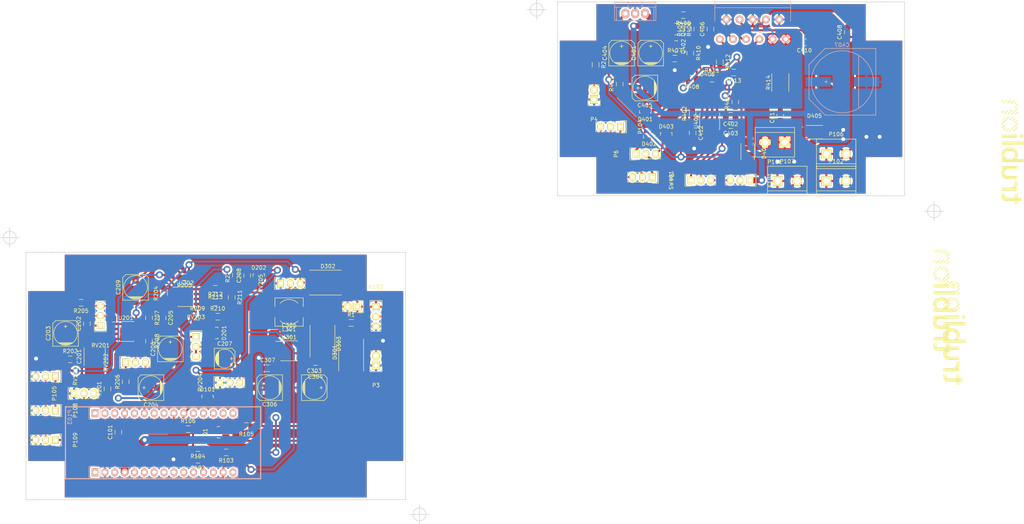
<source format=kicad_pcb>
(kicad_pcb (version 20171130) (host pcbnew "(5.1.9)-1")
  (layers (0 F.Cu signal) (31 B.Cu signal) (34 B.Paste user hide) (35 F.Paste user hide) (36 B.SilkS user hide) (37 F.SilkS user hide) (38 B.Mask user hide) (39 F.Mask user hide) (44 Edge.Cuts user))
  (net 0 "")
  (net 1 /OFFSET_CONTROL_MCU)
  (net 2 /BATT_DIAG_MCU)
  (net 3 "Net-(C201-Pad1)")
  (net 4 "Net-(C201-Pad2)")
  (net 5 "Net-(C202-Pad1)")
  (net 6 "Net-(C202-Pad2)")
  (net 7 "Net-(C203-Pad1)")
  (net 8 "Net-(C204-Pad1)")
  (net 9 "Net-(C205-Pad1)")
  (net 10 "Net-(C205-Pad2)")
  (net 11 "Net-(C206-Pad1)")
  (net 12 "Net-(C207-Pad1)")
  (net 13 "/Peak detector/ad_peak_mcu")
  (net 14 VDD)
  (net 15 "Net-(C305-Pad1)")
  (net 16 "Net-(C305-Pad2)")
  (net 17 +5V)
  (net 18 +BATT)
  (net 19 GND)
  (net 20 /Motor/conn_pot2)
  (net 21 "Net-(C403-Pad2)")
  (net 22 +12P)
  (net 23 VEE)
  (net 24 "Net-(C406-Pad2)")
  (net 25 /Motor/mot1)
  (net 26 "Net-(C409-Pad2)")
  (net 27 "Net-(C410-Pad1)")
  (net 28 /Motor/mot2)
  (net 29 "Net-(C411-Pad2)")
  (net 30 +3V3)
  (net 31 /PWM_CMD_MCU)
  (net 32 +24V)
  (net 33 VAA)
  (net 34 "Net-(D402-Pad1)")
  (net 35 /Motor/conn_pot1)
  (net 36 /Motor/conn_pot3)
  (net 37 "/Peak detector/audio_in")
  (net 38 /Motor/pwm_cmd_mcu)
  (net 39 "Net-(K102-Pad2)")
  (net 40 "Net-(P103-Pad1)")
  (net 41 "Net-(P103-Pad3)")
  (net 42 "Net-(P103-Pad5)")
  (net 43 "Net-(P103-Pad9)")
  (net 44 "Net-(P103-Pad13)")
  (net 45 "Net-(P103-Pad15)")
  (net 46 "Net-(P103-Pad21)")
  (net 47 "Net-(P103-Pad23)")
  (net 48 "Net-(P103-Pad25)")
  (net 49 "Net-(P103-Pad27)")
  (net 50 "Net-(P103-Pad29)")
  (net 51 "Net-(P103-Pad2)")
  (net 52 "Net-(P103-Pad6)")
  (net 53 "Net-(P103-Pad10)")
  (net 54 "Net-(P103-Pad12)")
  (net 55 "Net-(P103-Pad14)")
  (net 56 "Net-(P103-Pad16)")
  (net 57 "Net-(P103-Pad18)")
  (net 58 "Net-(P103-Pad20)")
  (net 59 "Net-(P103-Pad22)")
  (net 60 "Net-(P103-Pad26)")
  (net 61 "Net-(P103-Pad30)")
  (net 62 "Net-(Q401-Pad3)")
  (net 63 "Net-(Q402-Pad3)")
  (net 64 VCOM)
  (net 65 "Net-(R205-Pad1)")
  (net 66 "Net-(R206-Pad2)")
  (net 67 "Net-(R209-Pad2)")
  (net 68 "Net-(R211-Pad1)")
  (net 69 "Net-(R211-Pad2)")
  (net 70 "Net-(R212-Pad1)")
  (net 71 "Net-(R404-Pad1)")
  (net 72 "Net-(R411-Pad2)")
  (net 73 "Net-(RV202-Pad2)")
  (net 74 "Net-(SW401-Pad1)")
  (net 75 "Net-(U301-Pad5)")
  (net 76 "Net-(C209-Pad1)")
  (net 77 "Net-(D201-Pad1)")
  (net 78 "Net-(D406-Pad3)")
  (net 79 "Net-(P105-Pad3)")
  (net 80 "Net-(P3-Pad2)")
  (net 81 "Net-(P4-Pad2)")
  (net 82 VPP)
  (net 83 "Net-(P104-Pad1)")
  (net 84 "Net-(P104-Pad2)")
  (net 85 "Net-(P104-Pad3)")
  (net 86 "Net-(P102-Pad1)")
  (net 87 "Net-(P108-Pad1)")
  (net 88 "Net-(P108-Pad2)")
  (module Power_Integrations:TO-220 (layer B.Cu) (at 194.8 17 180)
    (fp_text reference U401 (at 0 4.318 180) (layer B.SilkS) (effects (justify mirror)))
    (fp_text value LM7812CT)
    (pad 2 thru_hole oval (at 0 0 180) (size 2.032 2.54) (drill 1.143) (layers *.Cu *.Mask B.SilkS) (net 19 GND))
    (pad 3 thru_hole oval (at 2.54 0 180) (size 2.032 2.54) (drill 1.143) (layers *.Cu *.Mask B.SilkS) (net 22 +12P))
    (pad 1 thru_hole oval (at -2.54 0 180) (size 2.032 2.54) (drill 1.143) (layers *.Cu *.Mask B.SilkS) (net 18 +BATT))
  )
  (module bab_footprint:Nucleo_F303K8_CONN (layer B.Cu) (at 55.6 120.1 270)
    (fp_text reference P103 (at 1 6.5 270) (layer B.SilkS) (effects (justify mirror)))
    (fp_text value Nulceo_F303K8_CONN)
    (pad 1 thru_hole rect (at 0 0 270) (size 2.032 1.7272) (drill 1.016) (layers *.Cu *.Mask B.SilkS) (net 40 "Net-(P103-Pad1)"))
    (pad 3 thru_hole oval (at 0 -2.54 270) (size 2.032 1.7272) (drill 1.016) (layers *.Cu *.Mask B.SilkS) (net 41 "Net-(P103-Pad3)"))
    (pad 5 thru_hole oval (at 0 -5.08 270) (size 2.032 1.7272) (drill 1.016) (layers *.Cu *.Mask B.SilkS) (net 42 "Net-(P103-Pad5)"))
    (pad 7 thru_hole oval (at 0 -7.62 270) (size 2.032 1.7272) (drill 1.016) (layers *.Cu *.Mask B.SilkS) (net 19 GND))
    (pad 9 thru_hole oval (at 0 -10.16 270) (size 2.032 1.7272) (drill 1.016) (layers *.Cu *.Mask B.SilkS) (net 43 "Net-(P103-Pad9)"))
    (pad 11 thru_hole oval (at 0 -12.7 270) (size 2.032 1.7272) (drill 1.016) (layers *.Cu *.Mask B.SilkS) (net 13 "/Peak detector/ad_peak_mcu"))
    (pad 13 thru_hole oval (at 0 -15.24 270) (size 2.032 1.7272) (drill 1.016) (layers *.Cu *.Mask B.SilkS) (net 44 "Net-(P103-Pad13)"))
    (pad 15 thru_hole oval (at 0 -17.78 270) (size 2.032 1.7272) (drill 1.016) (layers *.Cu *.Mask B.SilkS) (net 45 "Net-(P103-Pad15)"))
    (pad 17 thru_hole oval (at 0 -20.32 270) (size 2.032 1.7272) (drill 1.016) (layers *.Cu *.Mask B.SilkS) (net 1 /OFFSET_CONTROL_MCU))
    (pad 19 thru_hole oval (at 0 -22.86 270) (size 2.032 1.7272) (drill 1.016) (layers *.Cu *.Mask B.SilkS) (net 31 /PWM_CMD_MCU))
    (pad 21 thru_hole oval (at 0 -25.4 270) (size 2.032 1.7272) (drill 1.016) (layers *.Cu *.Mask B.SilkS) (net 46 "Net-(P103-Pad21)"))
    (pad 23 thru_hole oval (at 0 -27.94 270) (size 2.032 1.7272) (drill 1.016) (layers *.Cu *.Mask B.SilkS) (net 47 "Net-(P103-Pad23)"))
    (pad 25 thru_hole oval (at 0 -30.48 270) (size 2.032 1.7272) (drill 1.016) (layers *.Cu *.Mask B.SilkS) (net 48 "Net-(P103-Pad25)"))
    (pad 27 thru_hole oval (at 0 -33.02 270) (size 2.032 1.7272) (drill 1.016) (layers *.Cu *.Mask B.SilkS) (net 49 "Net-(P103-Pad27)"))
    (pad 29 thru_hole oval (at 0 -35.56 270) (size 2.032 1.7272) (drill 1.016) (layers *.Cu *.Mask B.SilkS) (net 50 "Net-(P103-Pad29)"))
    (pad 2 thru_hole rect (at 15.24 0 270) (size 2.032 1.7272) (drill 1.016) (layers *.Cu *.Mask B.SilkS) (net 51 "Net-(P103-Pad2)"))
    (pad 4 thru_hole oval (at 15.24 -2.54 270) (size 2.032 1.7272) (drill 1.016) (layers *.Cu *.Mask B.SilkS) (net 19 GND))
    (pad 6 thru_hole oval (at 15.24 -5.08 270) (size 2.032 1.7272) (drill 1.016) (layers *.Cu *.Mask B.SilkS) (net 52 "Net-(P103-Pad6)"))
    (pad 8 thru_hole oval (at 15.24 -7.62 270) (size 2.032 1.7272) (drill 1.016) (layers *.Cu *.Mask B.SilkS) (net 17 +5V))
    (pad 10 thru_hole oval (at 15.24 -10.16 270) (size 2.032 1.7272) (drill 1.016) (layers *.Cu *.Mask B.SilkS) (net 53 "Net-(P103-Pad10)"))
    (pad 12 thru_hole oval (at 15.24 -12.7 270) (size 2.032 1.7272) (drill 1.016) (layers *.Cu *.Mask B.SilkS) (net 54 "Net-(P103-Pad12)"))
    (pad 14 thru_hole oval (at 15.24 -15.24 270) (size 2.032 1.7272) (drill 1.016) (layers *.Cu *.Mask B.SilkS) (net 55 "Net-(P103-Pad14)"))
    (pad 16 thru_hole oval (at 15.24 -17.78 270) (size 2.032 1.7272) (drill 1.016) (layers *.Cu *.Mask B.SilkS) (net 56 "Net-(P103-Pad16)"))
    (pad 18 thru_hole oval (at 15.24 -20.32 270) (size 2.032 1.7272) (drill 1.016) (layers *.Cu *.Mask B.SilkS) (net 57 "Net-(P103-Pad18)"))
    (pad 20 thru_hole oval (at 15.24 -22.86 270) (size 2.032 1.7272) (drill 1.016) (layers *.Cu *.Mask B.SilkS) (net 58 "Net-(P103-Pad20)"))
    (pad 22 thru_hole oval (at 15.24 -25.4 270) (size 2.032 1.7272) (drill 1.016) (layers *.Cu *.Mask B.SilkS) (net 59 "Net-(P103-Pad22)"))
    (pad 24 thru_hole oval (at 15.24 -27.94 270) (size 2.032 1.7272) (drill 1.016) (layers *.Cu *.Mask B.SilkS) (net 2 /BATT_DIAG_MCU))
    (pad 26 thru_hole oval (at 15.24 -30.48 270) (size 2.032 1.7272) (drill 1.016) (layers *.Cu *.Mask B.SilkS) (net 60 "Net-(P103-Pad26)"))
    (pad 28 thru_hole oval (at 15.24 -33.02 270) (size 2.032 1.7272) (drill 1.016) (layers *.Cu *.Mask B.SilkS) (net 30 +3V3))
    (pad 30 thru_hole oval (at 15.24 -35.56 270) (size 2.032 1.7272) (drill 1.016) (layers *.Cu *.Mask B.SilkS) (net 61 "Net-(P103-Pad30)"))
  )
  (module Diodes_SMD:DO-214AB (layer F.Cu) (at 114.2 102.2 270)
    (fp_text reference D303 (at 0 -4.2 270) (layer F.SilkS))
    (fp_text value MBRS3100T3G)
    (pad 2 smd rect (at 3.6 0 270) (size 2.6 3.2) (layers F.Cu F.Paste F.Mask) (net 19 GND))
    (pad 1 smd rect (at -3.6 0 270) (size 2.6 3.2) (layers F.Cu F.Paste F.Mask) (net 16 "Net-(C305-Pad2)"))
  )
  (module Capacitors_SMD:C_0805_HandSoldering (layer F.Cu) (at 209 27.2 270)
    (fp_text reference R410 (at 0 -2.1 270) (layer F.SilkS))
    (fp_text value 0)
    (pad 1 smd rect (at -1.25 0 270) (size 1.5 1.25) (layers F.Cu F.Paste F.Mask) (net 78 "Net-(D406-Pad3)"))
    (pad 2 smd rect (at 1.25 0 270) (size 1.5 1.25) (layers F.Cu F.Paste F.Mask) (net 63 "Net-(Q402-Pad3)"))
  )
  (module Capacitors_SMD:C_0805_HandSoldering (layer F.Cu) (at 214.6 33.8)
    (fp_text reference R411 (at 0 -2.1) (layer F.SilkS))
    (fp_text value 0)
    (pad 1 smd rect (at -1.25 0) (size 1.5 1.25) (layers F.Cu F.Paste F.Mask) (net 78 "Net-(D406-Pad3)"))
    (pad 2 smd rect (at 1.25 0) (size 1.5 1.25) (layers F.Cu F.Paste F.Mask) (net 72 "Net-(R411-Pad2)"))
  )
  (module Connect:bornier2 (layer F.Cu) (at 230.8 50.2 180)
    (fp_text reference P101 (at 0 -5.08 180) (layer F.SilkS))
    (fp_text value CONN_01X02)
    (pad 1 thru_hole rect (at -2.54 0 180) (size 2.54 2.54) (drill 1.524) (layers *.Cu *.Mask F.SilkS) (net 28 /Motor/mot2))
    (pad 2 thru_hole circle (at 2.54 0 180) (size 2.54 2.54) (drill 1.524) (layers *.Cu *.Mask F.SilkS) (net 25 /Motor/mot1))
  )
  (module Capacitors_SMD:C_0805_HandSoldering (layer F.Cu) (at 232.2 43.4 90)
    (fp_text reference C411 (at 0 -2.1 90) (layer F.SilkS))
    (fp_text value 4.7n)
    (pad 1 smd rect (at -1.25 0 90) (size 1.5 1.25) (layers F.Cu F.Paste F.Mask) (net 25 /Motor/mot1))
    (pad 2 smd rect (at 1.25 0 90) (size 1.5 1.25) (layers F.Cu F.Paste F.Mask) (net 29 "Net-(C411-Pad2)"))
  )
  (module Capacitors_SMD:C_0805_HandSoldering (layer F.Cu) (at 61.6 125 90)
    (fp_text reference C101 (at 0 -2.1 90) (layer F.SilkS))
    (fp_text value 100n)
    (pad 1 smd rect (at -1.25 0 90) (size 1.5 1.25) (layers F.Cu F.Paste F.Mask) (net 1 /OFFSET_CONTROL_MCU))
    (pad 2 smd rect (at 1.25 0 90) (size 1.5 1.25) (layers F.Cu F.Paste F.Mask) (net 19 GND))
  )
  (module Capacitors_SMD:C_0805_HandSoldering (layer F.Cu) (at 82.1 132.1 180)
    (fp_text reference C102 (at 0 -2.1 180) (layer F.SilkS))
    (fp_text value 100n)
    (pad 1 smd rect (at -1.25 0 180) (size 1.5 1.25) (layers F.Cu F.Paste F.Mask) (net 2 /BATT_DIAG_MCU))
    (pad 2 smd rect (at 1.25 0 180) (size 1.5 1.25) (layers F.Cu F.Paste F.Mask) (net 19 GND))
  )
  (module Capacitors_SMD:C_2220_HandSoldering (layer F.Cu) (at 55.5 105.5 90)
    (fp_text reference C201 (at 0 -4 90) (layer F.SilkS))
    (fp_text value 1u)
    (pad 1 smd rect (at -3.5 0 90) (size 2.4 5) (layers F.Cu F.Paste F.Mask) (net 3 "Net-(C201-Pad1)"))
    (pad 2 smd rect (at 3.5 0 90) (size 2.4 5) (layers F.Cu F.Paste F.Mask) (net 4 "Net-(C201-Pad2)"))
  )
  (module Capacitors_SMD:C_0805_HandSoldering (layer F.Cu) (at 53.5 97 90)
    (fp_text reference C202 (at 0 -2.1 90) (layer F.SilkS))
    (fp_text value 100p)
    (pad 1 smd rect (at -1.25 0 90) (size 1.5 1.25) (layers F.Cu F.Paste F.Mask) (net 5 "Net-(C202-Pad1)"))
    (pad 2 smd rect (at 1.25 0 90) (size 1.5 1.25) (layers F.Cu F.Paste F.Mask) (net 6 "Net-(C202-Pad2)"))
  )
  (module Capacitors_SMD:c_elec_6.3x5.8 (layer F.Cu) (at 48 99.5 90)
    (fp_text reference C203 (at 0 -4.445 90) (layer F.SilkS))
    (fp_text value 47u)
    (pad 1 smd rect (at 2.75082 0 90) (size 3.59918 1.6002) (layers F.Cu F.Paste F.Mask) (net 7 "Net-(C203-Pad1)"))
    (pad 2 smd rect (at -2.75082 0 90) (size 3.59918 1.6002) (layers F.Cu F.Paste F.Mask) (net 19 GND))
  )
  (module Capacitors_SMD:c_elec_6.3x5.8 (layer F.Cu) (at 70 113.5 180)
    (fp_text reference C204 (at 0 -4.445 180) (layer F.SilkS))
    (fp_text value 47u)
    (pad 1 smd rect (at 2.75082 0 180) (size 3.59918 1.6002) (layers F.Cu F.Paste F.Mask) (net 8 "Net-(C204-Pad1)"))
    (pad 2 smd rect (at -2.75082 0 180) (size 3.59918 1.6002) (layers F.Cu F.Paste F.Mask) (net 19 GND))
  )
  (module Capacitors_SMD:C_0805_HandSoldering (layer F.Cu) (at 73 95.5 270)
    (fp_text reference C205 (at 0 -2.1 270) (layer F.SilkS))
    (fp_text value 100p)
    (pad 1 smd rect (at -1.25 0 270) (size 1.5 1.25) (layers F.Cu F.Paste F.Mask) (net 9 "Net-(C205-Pad1)"))
    (pad 2 smd rect (at 1.25 0 270) (size 1.5 1.25) (layers F.Cu F.Paste F.Mask) (net 10 "Net-(C205-Pad2)"))
  )
  (module Capacitors_SMD:c_elec_6.3x5.8 (layer F.Cu) (at 75 103.5 90)
    (fp_text reference C206 (at 0 -4.445 90) (layer F.SilkS))
    (fp_text value 47u)
    (pad 1 smd rect (at 2.75082 0 90) (size 3.59918 1.6002) (layers F.Cu F.Paste F.Mask) (net 11 "Net-(C206-Pad1)"))
    (pad 2 smd rect (at -2.75082 0 90) (size 3.59918 1.6002) (layers F.Cu F.Paste F.Mask) (net 19 GND))
  )
  (module Capacitors_SMD:c_elec_5x5.7 (layer F.Cu) (at 89 106)
    (fp_text reference C207 (at 0 -3.81) (layer F.SilkS))
    (fp_text value 6.8u)
    (pad 1 smd rect (at 2.19964 0) (size 2.99974 1.6002) (layers F.Cu F.Paste F.Mask) (net 12 "Net-(C207-Pad1)"))
    (pad 2 smd rect (at -2.19964 0) (size 2.99974 1.6002) (layers F.Cu F.Paste F.Mask) (net 19 GND))
  )
  (module Capacitors_SMD:C_0805_HandSoldering (layer F.Cu) (at 94.8 84.6 90)
    (fp_text reference C208 (at 0 -2.1 90) (layer F.SilkS))
    (fp_text value 100n)
    (pad 1 smd rect (at -1.25 0 90) (size 1.5 1.25) (layers F.Cu F.Paste F.Mask) (net 13 "/Peak detector/ad_peak_mcu"))
    (pad 2 smd rect (at 1.25 0 90) (size 1.5 1.25) (layers F.Cu F.Paste F.Mask) (net 19 GND))
  )
  (module Capacitors_SMD:c_elec_6.3x7.7 (layer F.Cu) (at 112.1 113.5)
    (fp_text reference C303 (at 0 -4.318) (layer F.SilkS))
    (fp_text value 100u)
    (pad 1 smd rect (at 2.75082 0) (size 3.59918 1.6002) (layers F.Cu F.Paste F.Mask) (net 14 VDD))
    (pad 2 smd rect (at -2.75082 0) (size 3.59918 1.6002) (layers F.Cu F.Paste F.Mask) (net 19 GND))
  )
  (module Capacitors_SMD:C_0805_HandSoldering (layer F.Cu) (at 112.4 108.6 180)
    (fp_text reference C304 (at 0 -2.1 180) (layer F.SilkS))
    (fp_text value 100n)
    (pad 1 smd rect (at -1.25 0 180) (size 1.5 1.25) (layers F.Cu F.Paste F.Mask) (net 14 VDD))
    (pad 2 smd rect (at 1.25 0 180) (size 1.5 1.25) (layers F.Cu F.Paste F.Mask) (net 19 GND))
  )
  (module Capacitors_SMD:C_0805_HandSoldering (layer F.Cu) (at 105.6 99.5)
    (fp_text reference C305 (at 0 -2.1) (layer F.SilkS))
    (fp_text value 10n)
    (pad 1 smd rect (at -1.25 0) (size 1.5 1.25) (layers F.Cu F.Paste F.Mask) (net 15 "Net-(C305-Pad1)"))
    (pad 2 smd rect (at 1.25 0) (size 1.5 1.25) (layers F.Cu F.Paste F.Mask) (net 16 "Net-(C305-Pad2)"))
  )
  (module Capacitors_SMD:c_elec_6.3x7.7 (layer F.Cu) (at 100.6 113.5 180)
    (fp_text reference C306 (at 0 -4.318 180) (layer F.SilkS))
    (fp_text value 100u)
    (pad 1 smd rect (at 2.75082 0 180) (size 3.59918 1.6002) (layers F.Cu F.Paste F.Mask) (net 17 +5V))
    (pad 2 smd rect (at -2.75082 0 180) (size 3.59918 1.6002) (layers F.Cu F.Paste F.Mask) (net 19 GND))
  )
  (module Capacitors_SMD:C_0805_HandSoldering (layer F.Cu) (at 100.1 108.5)
    (fp_text reference C307 (at 0 -2.1) (layer F.SilkS))
    (fp_text value 100n)
    (pad 1 smd rect (at -1.25 0) (size 1.5 1.25) (layers F.Cu F.Paste F.Mask) (net 17 +5V))
    (pad 2 smd rect (at 1.25 0) (size 1.5 1.25) (layers F.Cu F.Paste F.Mask) (net 19 GND))
  )
  (module Capacitors_SMD:c_elec_6.3x7.7 (layer F.Cu) (at 198.8 27.2 90)
    (fp_text reference C401 (at 0 -4.318 90) (layer F.SilkS))
    (fp_text value 100u)
    (pad 1 smd rect (at 2.75082 0 90) (size 3.59918 1.6002) (layers F.Cu F.Paste F.Mask) (net 18 +BATT))
    (pad 2 smd rect (at -2.75082 0 90) (size 3.59918 1.6002) (layers F.Cu F.Paste F.Mask) (net 19 GND))
  )
  (module Capacitors_SMD:C_0805_HandSoldering (layer F.Cu) (at 219.4 43.4 180)
    (fp_text reference C402 (at 0 -2.1 180) (layer F.SilkS))
    (fp_text value 470p)
    (pad 1 smd rect (at -1.25 0 180) (size 1.5 1.25) (layers F.Cu F.Paste F.Mask) (net 19 GND))
    (pad 2 smd rect (at 1.25 0 180) (size 1.5 1.25) (layers F.Cu F.Paste F.Mask) (net 20 /Motor/conn_pot2))
  )
  (module Capacitors_SMD:C_0805_HandSoldering (layer F.Cu) (at 219.4 45.8 180)
    (fp_text reference C403 (at 0 -2.1 180) (layer F.SilkS))
    (fp_text value 10n)
    (pad 1 smd rect (at -1.25 0 180) (size 1.5 1.25) (layers F.Cu F.Paste F.Mask) (net 19 GND))
    (pad 2 smd rect (at 1.25 0 180) (size 1.5 1.25) (layers F.Cu F.Paste F.Mask) (net 21 "Net-(C403-Pad2)"))
  )
  (module Capacitors_SMD:c_elec_6.3x7.7 (layer F.Cu) (at 191.3 27.2 90)
    (fp_text reference C404 (at 0 -4.318 90) (layer F.SilkS))
    (fp_text value 100u)
    (pad 1 smd rect (at 2.75082 0 90) (size 3.59918 1.6002) (layers F.Cu F.Paste F.Mask) (net 22 +12P))
    (pad 2 smd rect (at -2.75082 0 90) (size 3.59918 1.6002) (layers F.Cu F.Paste F.Mask) (net 19 GND))
  )
  (module Capacitors_SMD:c_elec_6.3x5.8 (layer F.Cu) (at 197.3 36.2 180)
    (fp_text reference C405 (at 0 -4.445 180) (layer F.SilkS))
    (fp_text value 10u)
    (pad 1 smd rect (at 2.75082 0 180) (size 3.59918 1.6002) (layers F.Cu F.Paste F.Mask) (net 23 VEE))
    (pad 2 smd rect (at -2.75082 0 180) (size 3.59918 1.6002) (layers F.Cu F.Paste F.Mask) (net 19 GND))
  )
  (module Capacitors_SMD:C_0805_HandSoldering (layer F.Cu) (at 214.2 21 90)
    (fp_text reference C406 (at 0 -2.1 90) (layer F.SilkS))
    (fp_text value 220n)
    (pad 1 smd rect (at -1.25 0 90) (size 1.5 1.25) (layers F.Cu F.Paste F.Mask) (net 19 GND))
    (pad 2 smd rect (at 1.25 0 90) (size 1.5 1.25) (layers F.Cu F.Paste F.Mask) (net 24 "Net-(C406-Pad2)"))
  )
  (module bab_footprint:c_elec_16x16.8 (layer B.Cu) (at 248.2 34.6 180)
    (fp_text reference C407 (at 0.1 9.5 180) (layer B.SilkS) (effects (justify mirror)))
    (fp_text value 470u)
    (pad 1 smd rect (at 6.25 0 180) (size 6.5 2.5) (layers B.Cu B.Paste B.Mask) (net 18 +BATT))
    (pad 2 smd rect (at -6.25 0 180) (size 6.5 2.5) (layers B.Cu B.Paste B.Mask) (net 19 GND))
  )
  (module Capacitors_SMD:C_0805_HandSoldering (layer F.Cu) (at 249.6 21.8 90)
    (fp_text reference C408 (at 0 -2.1 90) (layer F.SilkS))
    (fp_text value 100n)
    (pad 1 smd rect (at -1.25 0 90) (size 1.5 1.25) (layers F.Cu F.Paste F.Mask) (net 18 +BATT))
    (pad 2 smd rect (at 1.25 0 90) (size 1.5 1.25) (layers F.Cu F.Paste F.Mask) (net 19 GND))
  )
  (module Capacitors_SMD:C_0805_HandSoldering (layer B.Cu) (at 227.2 21 180)
    (fp_text reference C409 (at 0 2.1 180) (layer B.SilkS) (effects (justify mirror)))
    (fp_text value 15n)
    (pad 1 smd rect (at -1.25 0 180) (size 1.5 1.25) (layers B.Cu B.Paste B.Mask) (net 25 /Motor/mot1))
    (pad 2 smd rect (at 1.25 0 180) (size 1.5 1.25) (layers B.Cu B.Paste B.Mask) (net 26 "Net-(C409-Pad2)"))
  )
  (module Capacitors_SMD:C_0805_HandSoldering (layer F.Cu) (at 238.4 24.4 180)
    (fp_text reference C410 (at 0 -2.1 180) (layer F.SilkS))
    (fp_text value 15n)
    (pad 1 smd rect (at -1.25 0 180) (size 1.5 1.25) (layers F.Cu F.Paste F.Mask) (net 27 "Net-(C410-Pad1)"))
    (pad 2 smd rect (at 1.25 0 180) (size 1.5 1.25) (layers F.Cu F.Paste F.Mask) (net 28 /Motor/mot2))
  )
  (module Diodes_SMD:DO-214AB (layer F.Cu) (at 121.6 104.4 90)
    (fp_text reference D301 (at 0 -4.2 90) (layer F.SilkS))
    (fp_text value MBRS3100T3G)
    (pad 2 smd rect (at 3.6 0 90) (size 2.6 3.2) (layers F.Cu F.Paste F.Mask) (net 32 +24V))
    (pad 1 smd rect (at -3.6 0 90) (size 2.6 3.2) (layers F.Cu F.Paste F.Mask) (net 14 VDD))
  )
  (module Diodes_SMD:DO-214AB (layer F.Cu) (at 115.6 86.4)
    (fp_text reference D302 (at 0 -4.2) (layer F.SilkS))
    (fp_text value MBRS3100T3G)
    (pad 2 smd rect (at 3.6 0) (size 2.6 3.2) (layers F.Cu F.Paste F.Mask) (net 32 +24V))
    (pad 1 smd rect (at -3.6 0) (size 2.6 3.2) (layers F.Cu F.Paste F.Mask) (net 33 VAA))
  )
  (module Choke_SMD:Choke_SMD_7.3x7.3_H3.5 (layer F.Cu) (at 105.6 94 180)
    (fp_text reference L301 (at 0 -4.445 180) (layer F.SilkS))
    (fp_text value 100u)
    (pad 1 smd rect (at -3.2 0 180) (size 1.5 2.2) (layers F.Cu F.Paste F.Mask) (net 16 "Net-(C305-Pad2)"))
    (pad 2 smd rect (at 3.2 0 180) (size 1.5 2.2) (layers F.Cu F.Paste F.Mask) (net 17 +5V))
  )
  (module TO_SOT_Packages_SMD:SOT-23 (layer F.Cu) (at 205 21 270)
    (fp_text reference Q401 (at 0 -2.25 270) (layer F.SilkS))
    (fp_text value DTC123Y)
    (pad 1 smd rect (at -0.95 1.00076 270) (size 0.8001 0.8001) (layers F.Cu F.Paste F.Mask) (net 78 "Net-(D406-Pad3)"))
    (pad 2 smd rect (at 0.95 1.00076 270) (size 0.8001 0.8001) (layers F.Cu F.Paste F.Mask) (net 19 GND))
    (pad 3 smd rect (at 0 -0.99822 270) (size 0.8001 0.8001) (layers F.Cu F.Paste F.Mask) (net 62 "Net-(Q401-Pad3)"))
  )
  (module TO_SOT_Packages_SMD:SOT-23 (layer F.Cu) (at 205 25.5 270)
    (fp_text reference Q402 (at 0 -2.25 270) (layer F.SilkS))
    (fp_text value DTC123Y)
    (pad 1 smd rect (at -0.95 1.00076 270) (size 0.8001 0.8001) (layers F.Cu F.Paste F.Mask) (net 78 "Net-(D406-Pad3)"))
    (pad 2 smd rect (at 0.95 1.00076 270) (size 0.8001 0.8001) (layers F.Cu F.Paste F.Mask) (net 19 GND))
    (pad 3 smd rect (at 0 -0.99822 270) (size 0.8001 0.8001) (layers F.Cu F.Paste F.Mask) (net 63 "Net-(Q402-Pad3)"))
  )
  (module Capacitors_SMD:C_0805_HandSoldering (layer F.Cu) (at 89.4 130.2 180)
    (fp_text reference R103 (at 0 -2.1 180) (layer F.SilkS))
    (fp_text value 33k)
    (pad 1 smd rect (at -1.25 0 180) (size 1.5 1.25) (layers F.Cu F.Paste F.Mask) (net 32 +24V))
    (pad 2 smd rect (at 1.25 0 180) (size 1.5 1.25) (layers F.Cu F.Paste F.Mask) (net 2 /BATT_DIAG_MCU))
  )
  (module Capacitors_SMD:C_0805_HandSoldering (layer F.Cu) (at 82.1 129.1 180)
    (fp_text reference R104 (at 0 -2.1 180) (layer F.SilkS))
    (fp_text value 4.7k)
    (pad 1 smd rect (at -1.25 0 180) (size 1.5 1.25) (layers F.Cu F.Paste F.Mask) (net 2 /BATT_DIAG_MCU))
    (pad 2 smd rect (at 1.25 0 180) (size 1.5 1.25) (layers F.Cu F.Paste F.Mask) (net 19 GND))
  )
  (module Capacitors_SMD:C_0805_HandSoldering (layer F.Cu) (at 94.6 123.4 180)
    (fp_text reference R105 (at 0 -2.1 180) (layer F.SilkS))
    (fp_text value 10k)
    (pad 1 smd rect (at -1.25 0 180) (size 1.5 1.25) (layers F.Cu F.Paste F.Mask) (net 32 +24V))
    (pad 2 smd rect (at 1.25 0 180) (size 1.5 1.25) (layers F.Cu F.Paste F.Mask) (net 31 /PWM_CMD_MCU))
  )
  (module Capacitors_SMD:C_0805_HandSoldering (layer F.Cu) (at 79.6 124.2)
    (fp_text reference R106 (at 0 -2.1) (layer F.SilkS))
    (fp_text value 0)
    (pad 1 smd rect (at -1.25 0) (size 1.5 1.25) (layers F.Cu F.Paste F.Mask) (net 31 /PWM_CMD_MCU))
    (pad 2 smd rect (at 1.25 0) (size 1.5 1.25) (layers F.Cu F.Paste F.Mask) (net 39 "Net-(K102-Pad2)"))
  )
  (module Capacitors_SMD:C_0805_HandSoldering (layer F.Cu) (at 58.8 113.8 90)
    (fp_text reference R201 (at 0 -2.1 90) (layer F.SilkS))
    (fp_text value 1k)
    (pad 1 smd rect (at -1.25 0 90) (size 1.5 1.25) (layers F.Cu F.Paste F.Mask) (net 37 "/Peak detector/audio_in"))
    (pad 2 smd rect (at 1.25 0 90) (size 1.5 1.25) (layers F.Cu F.Paste F.Mask) (net 3 "Net-(C201-Pad1)"))
  )
  (module Capacitors_SMD:C_0805_HandSoldering (layer F.Cu) (at 49.2 106.2)
    (fp_text reference R202 (at 0 -2.1) (layer F.SilkS))
    (fp_text value 1M)
    (pad 1 smd rect (at -1.25 0) (size 1.5 1.25) (layers F.Cu F.Paste F.Mask) (net 64 VCOM))
    (pad 2 smd rect (at 1.25 0) (size 1.5 1.25) (layers F.Cu F.Paste F.Mask) (net 4 "Net-(C201-Pad2)"))
  )
  (module Capacitors_SMD:C_0805_HandSoldering (layer F.Cu) (at 78.6 85 180)
    (fp_text reference R203 (at 0 -2.1 180) (layer F.SilkS))
    (fp_text value 33k)
    (pad 1 smd rect (at -1.25 0 180) (size 1.5 1.25) (layers F.Cu F.Paste F.Mask) (net 33 VAA))
    (pad 2 smd rect (at 1.25 0 180) (size 1.5 1.25) (layers F.Cu F.Paste F.Mask) (net 76 "Net-(C209-Pad1)"))
  )
  (module Capacitors_SMD:C_0805_HandSoldering (layer F.Cu) (at 73.4 89.2 90)
    (fp_text reference R204 (at 0 -2.1 90) (layer F.SilkS))
    (fp_text value 33k)
    (pad 1 smd rect (at -1.25 0 90) (size 1.5 1.25) (layers F.Cu F.Paste F.Mask) (net 76 "Net-(C209-Pad1)"))
    (pad 2 smd rect (at 1.25 0 90) (size 1.5 1.25) (layers F.Cu F.Paste F.Mask) (net 19 GND))
  )
  (module Capacitors_SMD:C_0805_HandSoldering (layer F.Cu) (at 52 91.6 180)
    (fp_text reference R205 (at 0 -2.1 180) (layer F.SilkS))
    (fp_text value 1k)
    (pad 1 smd rect (at -1.25 0 180) (size 1.5 1.25) (layers F.Cu F.Paste F.Mask) (net 65 "Net-(R205-Pad1)"))
    (pad 2 smd rect (at 1.25 0 180) (size 1.5 1.25) (layers F.Cu F.Paste F.Mask) (net 7 "Net-(C203-Pad1)"))
  )
  (module Capacitors_SMD:C_0805_HandSoldering (layer F.Cu) (at 63.5 112 90)
    (fp_text reference R206 (at 0 -2.1 90) (layer F.SilkS))
    (fp_text value 100)
    (pad 1 smd rect (at -1.25 0 90) (size 1.5 1.25) (layers F.Cu F.Paste F.Mask) (net 5 "Net-(C202-Pad1)"))
    (pad 2 smd rect (at 1.25 0 90) (size 1.5 1.25) (layers F.Cu F.Paste F.Mask) (net 66 "Net-(R206-Pad2)"))
  )
  (module Capacitors_SMD:C_0805_HandSoldering (layer F.Cu) (at 69.5 95.5 270)
    (fp_text reference R207 (at 0 -2.1 270) (layer F.SilkS))
    (fp_text value 75k)
    (pad 1 smd rect (at -1.25 0 270) (size 1.5 1.25) (layers F.Cu F.Paste F.Mask) (net 9 "Net-(C205-Pad1)"))
    (pad 2 smd rect (at 1.25 0 270) (size 1.5 1.25) (layers F.Cu F.Paste F.Mask) (net 10 "Net-(C205-Pad2)"))
  )
  (module Capacitors_SMD:C_0805_HandSoldering (layer F.Cu) (at 69.5 101.5 270)
    (fp_text reference R208 (at 0 -2.1 270) (layer F.SilkS))
    (fp_text value 10k)
    (pad 1 smd rect (at -1.25 0 270) (size 1.5 1.25) (layers F.Cu F.Paste F.Mask) (net 10 "Net-(C205-Pad2)"))
    (pad 2 smd rect (at 1.25 0 270) (size 1.5 1.25) (layers F.Cu F.Paste F.Mask) (net 11 "Net-(C206-Pad1)"))
  )
  (module Capacitors_SMD:C_0805_HandSoldering (layer F.Cu) (at 82 95.2)
    (fp_text reference R209 (at 0 -2.1) (layer F.SilkS))
    (fp_text value 33k)
    (pad 1 smd rect (at -1.25 0) (size 1.5 1.25) (layers F.Cu F.Paste F.Mask) (net 12 "Net-(C207-Pad1)"))
    (pad 2 smd rect (at 1.25 0) (size 1.5 1.25) (layers F.Cu F.Paste F.Mask) (net 67 "Net-(R209-Pad2)"))
  )
  (module Capacitors_SMD:C_0805_HandSoldering (layer F.Cu) (at 87.2 95.2)
    (fp_text reference R210 (at 0 -2.1) (layer F.SilkS))
    (fp_text value 33k)
    (pad 1 smd rect (at -1.25 0) (size 1.5 1.25) (layers F.Cu F.Paste F.Mask) (net 67 "Net-(R209-Pad2)"))
    (pad 2 smd rect (at 1.25 0) (size 1.5 1.25) (layers F.Cu F.Paste F.Mask) (net 19 GND))
  )
  (module Capacitors_SMD:C_0805_HandSoldering (layer F.Cu) (at 90.8 90.2 270)
    (fp_text reference R211 (at 0 -2.1 270) (layer F.SilkS))
    (fp_text value 33k)
    (pad 1 smd rect (at -1.25 0 270) (size 1.5 1.25) (layers F.Cu F.Paste F.Mask) (net 68 "Net-(R211-Pad1)"))
    (pad 2 smd rect (at 1.25 0 270) (size 1.5 1.25) (layers F.Cu F.Paste F.Mask) (net 69 "Net-(R211-Pad2)"))
  )
  (module Capacitors_SMD:C_0805_HandSoldering (layer F.Cu) (at 86.6 91.5)
    (fp_text reference R212 (at 0 -2.1) (layer F.SilkS))
    (fp_text value 33k)
    (pad 1 smd rect (at -1.25 0) (size 1.5 1.25) (layers F.Cu F.Paste F.Mask) (net 70 "Net-(R212-Pad1)"))
    (pad 2 smd rect (at 1.25 0) (size 1.5 1.25) (layers F.Cu F.Paste F.Mask) (net 69 "Net-(R211-Pad2)"))
  )
  (module Capacitors_SMD:C_0805_HandSoldering (layer F.Cu) (at 86.6 88 180)
    (fp_text reference R213 (at 0 -2.1 180) (layer F.SilkS))
    (fp_text value 33k)
    (pad 1 smd rect (at -1.25 0 180) (size 1.5 1.25) (layers F.Cu F.Paste F.Mask) (net 13 "/Peak detector/ad_peak_mcu"))
    (pad 2 smd rect (at 1.25 0 180) (size 1.5 1.25) (layers F.Cu F.Paste F.Mask) (net 70 "Net-(R212-Pad1)"))
  )
  (module Capacitors_SMD:C_0805_HandSoldering (layer F.Cu) (at 91.9 84.5 90)
    (fp_text reference R214 (at 0 -2.1 90) (layer F.SilkS))
    (fp_text value 10k)
    (pad 1 smd rect (at -1.25 0 90) (size 1.5 1.25) (layers F.Cu F.Paste F.Mask) (net 13 "/Peak detector/ad_peak_mcu"))
    (pad 2 smd rect (at 1.25 0 90) (size 1.5 1.25) (layers F.Cu F.Paste F.Mask) (net 19 GND))
  )
  (module Capacitors_SMD:C_0805_HandSoldering (layer F.Cu) (at 190.8 35.2 90)
    (fp_text reference R401 (at 0 -2.1 90) (layer F.SilkS))
    (fp_text value 1k)
    (pad 1 smd rect (at -1.25 0 90) (size 1.5 1.25) (layers F.Cu F.Paste F.Mask) (net 23 VEE))
    (pad 2 smd rect (at 1.25 0 90) (size 1.5 1.25) (layers F.Cu F.Paste F.Mask) (net 22 +12P))
  )
  (module Capacitors_SMD:C_0805_HandSoldering (layer F.Cu) (at 209.6 42.8 90)
    (fp_text reference R402 (at 0 -2.1 90) (layer F.SilkS))
    (fp_text value 1k)
    (pad 1 smd rect (at -1.25 0 90) (size 1.5 1.25) (layers F.Cu F.Paste F.Mask) (net 22 +12P))
    (pad 2 smd rect (at 1.25 0 90) (size 1.5 1.25) (layers F.Cu F.Paste F.Mask) (net 34 "Net-(D402-Pad1)"))
  )
  (module Capacitors_SMD:C_0805_HandSoldering (layer F.Cu) (at 220.6 39.8 90)
    (fp_text reference R404 (at 0 -2.1 90) (layer F.SilkS))
    (fp_text value 1k)
    (pad 1 smd rect (at -1.25 0 90) (size 1.5 1.25) (layers F.Cu F.Paste F.Mask) (net 71 "Net-(R404-Pad1)"))
    (pad 2 smd rect (at 1.25 0 90) (size 1.5 1.25) (layers F.Cu F.Paste F.Mask) (net 78 "Net-(D406-Pad3)"))
  )
  (module Capacitors_SMD:C_0805_HandSoldering (layer F.Cu) (at 207.2 17.4 180)
    (fp_text reference R405 (at 0 -2.1 180) (layer F.SilkS))
    (fp_text value 10k)
    (pad 1 smd rect (at -1.25 0 180) (size 1.5 1.25) (layers F.Cu F.Paste F.Mask) (net 62 "Net-(Q401-Pad3)"))
    (pad 2 smd rect (at 1.25 0 180) (size 1.5 1.25) (layers F.Cu F.Paste F.Mask) (net 23 VEE))
  )
  (module Capacitors_SMD:C_0805_HandSoldering (layer F.Cu) (at 210.8 21 90)
    (fp_text reference R406 (at 0 -2.1 90) (layer F.SilkS))
    (fp_text value 0)
    (pad 1 smd rect (at -1.25 0 90) (size 1.5 1.25) (layers F.Cu F.Paste F.Mask) (net 19 GND))
    (pad 2 smd rect (at 1.25 0 90) (size 1.5 1.25) (layers F.Cu F.Paste F.Mask) (net 62 "Net-(Q401-Pad3)"))
  )
  (module Capacitors_SMD:C_0805_HandSoldering (layer F.Cu) (at 205 28.6)
    (fp_text reference R407 (at 0 -2.1) (layer F.SilkS))
    (fp_text value 0)
    (pad 1 smd rect (at -1.25 0) (size 1.5 1.25) (layers F.Cu F.Paste F.Mask) (net 19 GND))
    (pad 2 smd rect (at 1.25 0) (size 1.5 1.25) (layers F.Cu F.Paste F.Mask) (net 63 "Net-(Q402-Pad3)"))
  )
  (module Capacitors_SMD:C_0805_HandSoldering (layer F.Cu) (at 209.4 33.8 180)
    (fp_text reference R408 (at 0 -2.1 180) (layer F.SilkS))
    (fp_text value 10k)
    (pad 1 smd rect (at -1.25 0 180) (size 1.5 1.25) (layers F.Cu F.Paste F.Mask) (net 63 "Net-(Q402-Pad3)"))
    (pad 2 smd rect (at 1.25 0 180) (size 1.5 1.25) (layers F.Cu F.Paste F.Mask) (net 23 VEE))
  )
  (module Capacitors_SMD:C_0805_HandSoldering (layer F.Cu) (at 208.4 21 90)
    (fp_text reference R409 (at 0 -2.1 90) (layer F.SilkS))
    (fp_text value 0)
    (pad 1 smd rect (at -1.25 0 90) (size 1.5 1.25) (layers F.Cu F.Paste F.Mask) (net 78 "Net-(D406-Pad3)"))
    (pad 2 smd rect (at 1.25 0 90) (size 1.5 1.25) (layers F.Cu F.Paste F.Mask) (net 62 "Net-(Q401-Pad3)"))
  )
  (module Capacitors_SMD:C_0805_HandSoldering (layer F.Cu) (at 216.6 29.4 270)
    (fp_text reference R412 (at 0 -2.1 270) (layer F.SilkS))
    (fp_text value 0)
    (pad 1 smd rect (at -1.25 0 270) (size 1.5 1.25) (layers F.Cu F.Paste F.Mask) (net 19 GND))
    (pad 2 smd rect (at 1.25 0 270) (size 1.5 1.25) (layers F.Cu F.Paste F.Mask) (net 72 "Net-(R411-Pad2)"))
  )
  (module Capacitors_SMD:C_0805_HandSoldering (layer F.Cu) (at 220.2 32.2 180)
    (fp_text reference R413 (at 0 -2.1 180) (layer F.SilkS))
    (fp_text value 0)
    (pad 1 smd rect (at -1.25 0 180) (size 1.5 1.25) (layers F.Cu F.Paste F.Mask) (net 23 VEE))
    (pad 2 smd rect (at 1.25 0 180) (size 1.5 1.25) (layers F.Cu F.Paste F.Mask) (net 72 "Net-(R411-Pad2)"))
  )
  (module Pin_Headers:Pin_Header_Straight_1x03 (layer F.Cu) (at 45.4 110.6 270)
    (fp_text reference RV101 (at 0 -5.1 270) (layer F.SilkS))
    (fp_text value 10k)
    (pad 1 thru_hole rect (at 0 0 270) (size 2.032 1.7272) (drill 1.016) (layers *.Cu *.Mask F.SilkS) (net 87 "Net-(P108-Pad1)"))
    (pad 2 thru_hole oval (at 0 2.54 270) (size 2.032 1.7272) (drill 1.016) (layers *.Cu *.Mask F.SilkS) (net 88 "Net-(P108-Pad2)"))
    (pad 3 thru_hole oval (at 0 5.08 270) (size 2.032 1.7272) (drill 1.016) (layers *.Cu *.Mask F.SilkS) (net 19 GND))
  )
  (module Pin_Headers:Pin_Header_Straight_1x03 (layer F.Cu) (at 57 97.5 180)
    (fp_text reference RV201 (at 0 -5.1 180) (layer F.SilkS))
    (fp_text value 100k)
    (pad 1 thru_hole rect (at 0 0 180) (size 2.032 1.7272) (drill 1.016) (layers *.Cu *.Mask F.SilkS) (net 65 "Net-(R205-Pad1)"))
    (pad 2 thru_hole oval (at 0 2.54 180) (size 2.032 1.7272) (drill 1.016) (layers *.Cu *.Mask F.SilkS) (net 6 "Net-(C202-Pad2)"))
    (pad 3 thru_hole oval (at 0 5.08 180) (size 2.032 1.7272) (drill 1.016) (layers *.Cu *.Mask F.SilkS) (net 5 "Net-(C202-Pad1)"))
  )
  (module Pin_Headers:Pin_Header_Straight_1x03 (layer F.Cu) (at 63.5 107 90)
    (fp_text reference RV202 (at 0 -5.1 90) (layer F.SilkS))
    (fp_text value 10k)
    (pad 1 thru_hole rect (at 0 0 90) (size 2.032 1.7272) (drill 1.016) (layers *.Cu *.Mask F.SilkS) (net 66 "Net-(R206-Pad2)"))
    (pad 2 thru_hole oval (at 0 2.54 90) (size 2.032 1.7272) (drill 1.016) (layers *.Cu *.Mask F.SilkS) (net 73 "Net-(RV202-Pad2)"))
    (pad 3 thru_hole oval (at 0 5.08 90) (size 2.032 1.7272) (drill 1.016) (layers *.Cu *.Mask F.SilkS) (net 8 "Net-(C204-Pad1)"))
  )
  (module Pin_Headers:Pin_Header_Straight_1x03 (layer F.Cu) (at 81.6 100.4)
    (fp_text reference RV203 (at 0 -5.1) (layer F.SilkS))
    (fp_text value 1k)
    (pad 1 thru_hole rect (at 0 0) (size 2.032 1.7272) (drill 1.016) (layers *.Cu *.Mask F.SilkS) (net 9 "Net-(C205-Pad1)"))
    (pad 2 thru_hole oval (at 0 2.54) (size 2.032 1.7272) (drill 1.016) (layers *.Cu *.Mask F.SilkS) (net 77 "Net-(D201-Pad1)"))
    (pad 3 thru_hole oval (at 0 5.08) (size 2.032 1.7272) (drill 1.016) (layers *.Cu *.Mask F.SilkS) (net 77 "Net-(D201-Pad1)"))
  )
  (module Pin_Headers:Pin_Header_Straight_1x03 (layer F.Cu) (at 87.8 112.2 90)
    (fp_text reference RV204 (at 0 -5.1 90) (layer F.SilkS))
    (fp_text value 1M)
    (pad 1 thru_hole rect (at 0 0 90) (size 2.032 1.7272) (drill 1.016) (layers *.Cu *.Mask F.SilkS) (net 19 GND))
    (pad 2 thru_hole oval (at 0 2.54 90) (size 2.032 1.7272) (drill 1.016) (layers *.Cu *.Mask F.SilkS) (net 19 GND))
    (pad 3 thru_hole oval (at 0 5.08 90) (size 2.032 1.7272) (drill 1.016) (layers *.Cu *.Mask F.SilkS) (net 12 "Net-(C207-Pad1)"))
  )
  (module Pin_Headers:Pin_Header_Straight_1x03 (layer F.Cu) (at 103.4 86.6 90)
    (fp_text reference RV205 (at 0 -5.1 90) (layer F.SilkS))
    (fp_text value 100k)
    (pad 1 thru_hole rect (at 0 0 90) (size 2.032 1.7272) (drill 1.016) (layers *.Cu *.Mask F.SilkS) (net 19 GND))
    (pad 2 thru_hole oval (at 0 2.54 90) (size 2.032 1.7272) (drill 1.016) (layers *.Cu *.Mask F.SilkS) (net 68 "Net-(R211-Pad1)"))
    (pad 3 thru_hole oval (at 0 5.08 90) (size 2.032 1.7272) (drill 1.016) (layers *.Cu *.Mask F.SilkS) (net 33 VAA))
  )
  (module Pin_Headers:Pin_Header_Straight_1x03 (layer F.Cu) (at 209.2 60 90)
    (fp_text reference SW401 (at 0 -5.1 90) (layer F.SilkS))
    (fp_text value SWITCH_INV)
    (pad 1 thru_hole rect (at 0 0 90) (size 2.032 1.7272) (drill 1.016) (layers *.Cu *.Mask F.SilkS) (net 74 "Net-(SW401-Pad1)"))
    (pad 2 thru_hole oval (at 0 2.54 90) (size 2.032 1.7272) (drill 1.016) (layers *.Cu *.Mask F.SilkS) (net 71 "Net-(R404-Pad1)"))
    (pad 3 thru_hole oval (at 0 5.08 90) (size 2.032 1.7272) (drill 1.016) (layers *.Cu *.Mask F.SilkS) (net 38 /Motor/pwm_cmd_mcu))
  )
  (module Housings_SOIC:SOIC-8_3.9x4.9mm_Pitch1.27mm (layer F.Cu) (at 63.5 99)
    (fp_text reference U201 (at 0 -3.5) (layer F.SilkS))
    (fp_text value LM833)
    (pad 1 smd rect (at -2.7 -1.905) (size 1.55 0.6) (layers F.Cu F.Paste F.Mask) (net 5 "Net-(C202-Pad1)"))
    (pad 2 smd rect (at -2.7 -0.635) (size 1.55 0.6) (layers F.Cu F.Paste F.Mask) (net 6 "Net-(C202-Pad2)"))
    (pad 3 smd rect (at -2.7 0.635) (size 1.55 0.6) (layers F.Cu F.Paste F.Mask) (net 4 "Net-(C201-Pad2)"))
    (pad 4 smd rect (at -2.7 1.905) (size 1.55 0.6) (layers F.Cu F.Paste F.Mask) (net 19 GND))
    (pad 5 smd rect (at 2.7 1.905) (size 1.55 0.6) (layers F.Cu F.Paste F.Mask) (net 73 "Net-(RV202-Pad2)"))
    (pad 6 smd rect (at 2.7 0.635) (size 1.55 0.6) (layers F.Cu F.Paste F.Mask) (net 10 "Net-(C205-Pad2)"))
    (pad 7 smd rect (at 2.7 -0.635) (size 1.55 0.6) (layers F.Cu F.Paste F.Mask) (net 9 "Net-(C205-Pad1)"))
    (pad 8 smd rect (at 2.7 -1.905) (size 1.55 0.6) (layers F.Cu F.Paste F.Mask) (net 33 VAA))
  )
  (module Housings_SOIC:SOIC-8_3.9x4.9mm_Pitch1.27mm (layer F.Cu) (at 79.1 90)
    (fp_text reference U202 (at 0 -3.5) (layer F.SilkS))
    (fp_text value LM358)
    (pad 1 smd rect (at -2.7 -1.905) (size 1.55 0.6) (layers F.Cu F.Paste F.Mask) (net 64 VCOM))
    (pad 2 smd rect (at -2.7 -0.635) (size 1.55 0.6) (layers F.Cu F.Paste F.Mask) (net 64 VCOM))
    (pad 3 smd rect (at -2.7 0.635) (size 1.55 0.6) (layers F.Cu F.Paste F.Mask) (net 76 "Net-(C209-Pad1)"))
    (pad 4 smd rect (at -2.7 1.905) (size 1.55 0.6) (layers F.Cu F.Paste F.Mask) (net 19 GND))
    (pad 5 smd rect (at 2.7 1.905) (size 1.55 0.6) (layers F.Cu F.Paste F.Mask) (net 67 "Net-(R209-Pad2)"))
    (pad 6 smd rect (at 2.7 0.635) (size 1.55 0.6) (layers F.Cu F.Paste F.Mask) (net 69 "Net-(R211-Pad2)"))
    (pad 7 smd rect (at 2.7 -0.635) (size 1.55 0.6) (layers F.Cu F.Paste F.Mask) (net 70 "Net-(R212-Pad1)"))
    (pad 8 smd rect (at 2.7 -1.905) (size 1.55 0.6) (layers F.Cu F.Paste F.Mask) (net 33 VAA))
  )
  (module Housings_SOIC:SOIC-8_3.9x4.9mm_Pitch1.27mm (layer F.Cu) (at 105.6 104)
    (fp_text reference U301 (at 0 -3.5) (layer F.SilkS))
    (fp_text value LM2674)
    (pad 1 smd rect (at -2.7 -1.905) (size 1.55 0.6) (layers F.Cu F.Paste F.Mask) (net 15 "Net-(C305-Pad1)"))
    (pad 2 smd rect (at -2.7 -0.635) (size 1.55 0.6) (layers F.Cu F.Paste F.Mask) (net 19 GND))
    (pad 3 smd rect (at -2.7 0.635) (size 1.55 0.6) (layers F.Cu F.Paste F.Mask) (net 19 GND))
    (pad 4 smd rect (at -2.7 1.905) (size 1.55 0.6) (layers F.Cu F.Paste F.Mask) (net 17 +5V))
    (pad 5 smd rect (at 2.7 1.905) (size 1.55 0.6) (layers F.Cu F.Paste F.Mask) (net 75 "Net-(U301-Pad5)"))
    (pad 6 smd rect (at 2.7 0.635) (size 1.55 0.6) (layers F.Cu F.Paste F.Mask) (net 19 GND))
    (pad 7 smd rect (at 2.7 -0.635) (size 1.55 0.6) (layers F.Cu F.Paste F.Mask) (net 14 VDD))
    (pad 8 smd rect (at 2.7 -1.905) (size 1.55 0.6) (layers F.Cu F.Paste F.Mask) (net 16 "Net-(C305-Pad2)"))
  )
  (module Housings_SOIC:SOIC-8_3.9x4.9mm_Pitch1.27mm (layer F.Cu) (at 214 44.8 90)
    (fp_text reference U402 (at 0 -3.5 90) (layer F.SilkS))
    (fp_text value LM555N)
    (pad 1 smd rect (at -2.7 -1.905 90) (size 1.55 0.6) (layers F.Cu F.Paste F.Mask) (net 19 GND))
    (pad 2 smd rect (at -2.7 -0.635 90) (size 1.55 0.6) (layers F.Cu F.Paste F.Mask) (net 20 /Motor/conn_pot2))
    (pad 3 smd rect (at -2.7 0.635 90) (size 1.55 0.6) (layers F.Cu F.Paste F.Mask) (net 74 "Net-(SW401-Pad1)"))
    (pad 4 smd rect (at -2.7 1.905 90) (size 1.55 0.6) (layers F.Cu F.Paste F.Mask) (net 22 +12P))
    (pad 5 smd rect (at 2.7 1.905 90) (size 1.55 0.6) (layers F.Cu F.Paste F.Mask) (net 21 "Net-(C403-Pad2)"))
    (pad 6 smd rect (at 2.7 0.635 90) (size 1.55 0.6) (layers F.Cu F.Paste F.Mask) (net 20 /Motor/conn_pot2))
    (pad 7 smd rect (at 2.7 -0.635 90) (size 1.55 0.6) (layers F.Cu F.Paste F.Mask) (net 34 "Net-(D402-Pad1)"))
    (pad 8 smd rect (at 2.7 -1.905 90) (size 1.55 0.6) (layers F.Cu F.Paste F.Mask) (net 22 +12P))
  )
  (module bab_footprint:C_3522_HandSoldering (layer F.Cu) (at 232.2 34.8 90)
    (fp_text reference R414 (at 0 -3.1 90) (layer F.SilkS))
    (fp_text value 24)
    (pad 1 smd rect (at -3.2 0 90) (size 3.83 3.83) (layers F.Cu F.Paste F.Mask) (net 29 "Net-(C411-Pad2)"))
    (pad 2 smd rect (at 3.2 0 90) (size 3.83 3.83) (layers F.Cu F.Paste F.Mask) (net 28 /Motor/mot2))
  )
  (module Connect:bornier2 (layer F.Cu) (at 246.6 60.2)
    (fp_text reference P102 (at 0 -5.08) (layer F.SilkS))
    (fp_text value CONN_01X02)
    (pad 1 thru_hole rect (at -2.54 0) (size 2.54 2.54) (drill 1.524) (layers *.Cu *.Mask F.SilkS) (net 86 "Net-(P102-Pad1)"))
    (pad 2 thru_hole circle (at 2.54 0) (size 2.54 2.54) (drill 1.524) (layers *.Cu *.Mask F.SilkS) (net 19 GND))
  )
  (module Capacitors_SMD:C_0805_HandSoldering (layer F.Cu) (at 209.6 47.8 270)
    (fp_text reference C412 (at 0 -2.1 270) (layer F.SilkS))
    (fp_text value 100n)
    (pad 1 smd rect (at -1.25 0 270) (size 1.5 1.25) (layers F.Cu F.Paste F.Mask) (net 22 +12P))
    (pad 2 smd rect (at 1.25 0 270) (size 1.5 1.25) (layers F.Cu F.Paste F.Mask) (net 19 GND))
  )
  (module Pin_Headers:Pin_Header_Straight_1x03 (layer F.Cu) (at 128 92.6)
    (fp_text reference K102 (at 0 -5.1) (layer F.SilkS))
    (fp_text value XLR3)
    (pad 1 thru_hole rect (at 0 0) (size 2.032 1.7272) (drill 1.016) (layers *.Cu *.Mask F.SilkS) (net 82 VPP))
    (pad 2 thru_hole oval (at 0 2.54) (size 2.032 1.7272) (drill 1.016) (layers *.Cu *.Mask F.SilkS) (net 39 "Net-(K102-Pad2)"))
    (pad 3 thru_hole oval (at 0 5.08) (size 2.032 1.7272) (drill 1.016) (layers *.Cu *.Mask F.SilkS) (net 19 GND))
  )
  (module Pin_Headers:Pin_Header_Straight_1x03 (layer F.Cu) (at 224.4 60 270)
    (fp_text reference K101 (at 0 -5.1 270) (layer F.SilkS))
    (fp_text value XLR3)
    (pad 1 thru_hole rect (at 0 0 270) (size 2.032 1.7272) (drill 1.016) (layers *.Cu *.Mask F.SilkS) (net 18 +BATT))
    (pad 2 thru_hole oval (at 0 2.54 270) (size 2.032 1.7272) (drill 1.016) (layers *.Cu *.Mask F.SilkS) (net 19 GND))
    (pad 3 thru_hole oval (at 0 5.08 270) (size 2.032 1.7272) (drill 1.016) (layers *.Cu *.Mask F.SilkS) (net 38 /Motor/pwm_cmd_mcu))
  )
  (module Capacitors_SMD:c_elec_6.3x5.8 (layer F.Cu) (at 66.04 87.63 90)
    (fp_text reference C209 (at 0 -4.445 90) (layer F.SilkS))
    (fp_text value 10u)
    (pad 1 smd rect (at 2.75082 0 90) (size 3.59918 1.6002) (layers F.Cu F.Paste F.Mask) (net 76 "Net-(C209-Pad1)"))
    (pad 2 smd rect (at -2.75082 0 90) (size 3.59918 1.6002) (layers F.Cu F.Paste F.Mask) (net 19 GND))
  )
  (module TO_SOT_Packages_SMD:SOT-23 (layer F.Cu) (at 84.6 116.2)
    (fp_text reference D101 (at 0 -2.25) (layer F.SilkS))
    (fp_text value BAS21)
    (pad 1 smd rect (at -0.95 1.00076) (size 0.8001 0.8001) (layers F.Cu F.Paste F.Mask) (net 31 /PWM_CMD_MCU))
    (pad 2 smd rect (at 0.95 1.00076) (size 0.8001 0.8001) (layers F.Cu F.Paste F.Mask))
    (pad 3 smd rect (at 0 -0.99822) (size 0.8001 0.8001) (layers F.Cu F.Paste F.Mask) (net 30 +3V3))
  )
  (module TO_SOT_Packages_SMD:SOT-23 (layer F.Cu) (at 86.6 99.4 270)
    (fp_text reference D201 (at 0 -2.25 270) (layer F.SilkS))
    (fp_text value BAS21)
    (pad 1 smd rect (at -0.95 1.00076 270) (size 0.8001 0.8001) (layers F.Cu F.Paste F.Mask) (net 77 "Net-(D201-Pad1)"))
    (pad 2 smd rect (at 0.95 1.00076 270) (size 0.8001 0.8001) (layers F.Cu F.Paste F.Mask))
    (pad 3 smd rect (at 0 -0.99822 270) (size 0.8001 0.8001) (layers F.Cu F.Paste F.Mask) (net 12 "Net-(C207-Pad1)"))
  )
  (module TO_SOT_Packages_SMD:SOT-23 (layer F.Cu) (at 97.8 84.8)
    (fp_text reference D202 (at 0 -2.25) (layer F.SilkS))
    (fp_text value BAS21)
    (pad 1 smd rect (at -0.95 1.00076) (size 0.8001 0.8001) (layers F.Cu F.Paste F.Mask) (net 13 "/Peak detector/ad_peak_mcu"))
    (pad 2 smd rect (at 0.95 1.00076) (size 0.8001 0.8001) (layers F.Cu F.Paste F.Mask))
    (pad 3 smd rect (at 0 -0.99822) (size 0.8001 0.8001) (layers F.Cu F.Paste F.Mask) (net 30 +3V3))
  )
  (module bab_footprint:DO-214AA_Handsoldering (layer F.Cu) (at 223.8 52.6 270)
    (fp_text reference D404 (at 0 -4.2 270) (layer F.SilkS))
    (fp_text value RS2M)
    (pad 2 smd rect (at 2.65 0 270) (size 2 2.4) (layers F.Cu F.Paste F.Mask) (net 19 GND))
    (pad 1 smd rect (at -2.65 0 270) (size 2 2.4) (layers F.Cu F.Paste F.Mask) (net 25 /Motor/mot1))
  )
  (module bab_footprint:DO-214AA_Handsoldering (layer F.Cu) (at 241 47.6)
    (fp_text reference D405 (at 0 -4.2) (layer F.SilkS))
    (fp_text value RS2M)
    (pad 2 smd rect (at 2.65 0) (size 2 2.4) (layers F.Cu F.Paste F.Mask) (net 19 GND))
    (pad 1 smd rect (at -2.65 0) (size 2 2.4) (layers F.Cu F.Paste F.Mask) (net 28 /Motor/mot2))
  )
  (module Pin_Headers:Pin_Header_Straight_1x03 (layer F.Cu) (at 191 46.2 270)
    (fp_text reference P104 (at 0 -5.1 270) (layer F.SilkS))
    (fp_text value CONN_01X03)
    (pad 1 thru_hole rect (at 0 0 270) (size 2.032 1.7272) (drill 1.016) (layers *.Cu *.Mask F.SilkS) (net 83 "Net-(P104-Pad1)"))
    (pad 2 thru_hole oval (at 0 2.54 270) (size 2.032 1.7272) (drill 1.016) (layers *.Cu *.Mask F.SilkS) (net 84 "Net-(P104-Pad2)"))
    (pad 3 thru_hole oval (at 0 5.08 270) (size 2.032 1.7272) (drill 1.016) (layers *.Cu *.Mask F.SilkS) (net 85 "Net-(P104-Pad3)"))
  )
  (module Pin_Headers:Pin_Header_Straight_1x03 (layer F.Cu) (at 50.2 115 90)
    (fp_text reference P105 (at 0 -5.1 90) (layer F.SilkS))
    (fp_text value CONN_01X03)
    (pad 1 thru_hole rect (at 0 0 90) (size 2.032 1.7272) (drill 1.016) (layers *.Cu *.Mask F.SilkS) (net 19 GND))
    (pad 2 thru_hole oval (at 0 2.54 90) (size 2.032 1.7272) (drill 1.016) (layers *.Cu *.Mask F.SilkS) (net 37 "/Peak detector/audio_in"))
    (pad 3 thru_hole oval (at 0 5.08 90) (size 2.032 1.7272) (drill 1.016) (layers *.Cu *.Mask F.SilkS) (net 79 "Net-(P105-Pad3)"))
  )
  (module TO_SOT_Packages_SMD:SOT-23 (layer F.Cu) (at 197.4 42 180)
    (fp_text reference D401 (at 0 -2.25 180) (layer F.SilkS))
    (fp_text value BZX84C5V1)
    (pad 1 smd rect (at -0.95 1.00076 180) (size 0.8001 0.8001) (layers F.Cu F.Paste F.Mask) (net 19 GND))
    (pad 2 smd rect (at 0.95 1.00076 180) (size 0.8001 0.8001) (layers F.Cu F.Paste F.Mask))
    (pad 3 smd rect (at 0 -0.99822 180) (size 0.8001 0.8001) (layers F.Cu F.Paste F.Mask) (net 23 VEE))
  )
  (module TO_SOT_Packages_SMD:SOT-23 (layer F.Cu) (at 198.4 48.4 180)
    (fp_text reference D402 (at 0 -2.25 180) (layer F.SilkS))
    (fp_text value BAS21)
    (pad 1 smd rect (at -0.95 1.00076 180) (size 0.8001 0.8001) (layers F.Cu F.Paste F.Mask) (net 34 "Net-(D402-Pad1)"))
    (pad 2 smd rect (at 0.95 1.00076 180) (size 0.8001 0.8001) (layers F.Cu F.Paste F.Mask))
    (pad 3 smd rect (at 0 -0.99822 180) (size 0.8001 0.8001) (layers F.Cu F.Paste F.Mask) (net 35 /Motor/conn_pot1))
  )
  (module TO_SOT_Packages_SMD:SOT-23 (layer F.Cu) (at 202.8 48.4)
    (fp_text reference D403 (at 0 -2.25) (layer F.SilkS))
    (fp_text value BAS21)
    (pad 1 smd rect (at -0.95 1.00076) (size 0.8001 0.8001) (layers F.Cu F.Paste F.Mask) (net 36 /Motor/conn_pot3))
    (pad 2 smd rect (at 0.95 1.00076) (size 0.8001 0.8001) (layers F.Cu F.Paste F.Mask))
    (pad 3 smd rect (at 0 -0.99822) (size 0.8001 0.8001) (layers F.Cu F.Paste F.Mask) (net 34 "Net-(D402-Pad1)"))
  )
  (module TO_SOT_Packages_SMD:SOT-23 (layer F.Cu) (at 213.4 30.4 180)
    (fp_text reference D406 (at 0 -2.25 180) (layer F.SilkS))
    (fp_text value BZX84C5V1)
    (pad 1 smd rect (at -0.95 1.00076 180) (size 0.8001 0.8001) (layers F.Cu F.Paste F.Mask) (net 19 GND))
    (pad 2 smd rect (at 0.95 1.00076 180) (size 0.8001 0.8001) (layers F.Cu F.Paste F.Mask))
    (pad 3 smd rect (at 0 -0.99822 180) (size 0.8001 0.8001) (layers F.Cu F.Paste F.Mask) (net 78 "Net-(D406-Pad3)"))
  )
  (module Pin_Headers:Pin_Header_Straight_1x02 (layer F.Cu) (at 123.2 92.6 270)
    (fp_text reference P2 (at 0 -5.1 270) (layer F.SilkS))
    (fp_text value CONN_01X02)
    (pad 1 thru_hole rect (at 0 0 270) (size 2.032 2.032) (drill 1.016) (layers *.Cu *.Mask F.SilkS) (net 82 VPP))
    (pad 2 thru_hole oval (at 0 2.54 270) (size 2.032 2.032) (drill 1.016) (layers *.Cu *.Mask F.SilkS) (net 32 +24V))
  )
  (module Pin_Headers:Pin_Header_Straight_1x02 (layer F.Cu) (at 128 107.8 180)
    (fp_text reference P3 (at 0 -5.1 180) (layer F.SilkS))
    (fp_text value CONN_01X02)
    (pad 1 thru_hole rect (at 0 0 180) (size 2.032 2.032) (drill 1.016) (layers *.Cu *.Mask F.SilkS) (net 19 GND))
    (pad 2 thru_hole oval (at 0 2.54 180) (size 2.032 2.032) (drill 1.016) (layers *.Cu *.Mask F.SilkS) (net 80 "Net-(P3-Pad2)"))
  )
  (module Pin_Headers:Pin_Header_Straight_1x02 (layer F.Cu) (at 184.2 39.2 180)
    (fp_text reference P4 (at 0 -5.1 180) (layer F.SilkS))
    (fp_text value CONN_01X02)
    (pad 1 thru_hole rect (at 0 0 180) (size 2.032 2.032) (drill 1.016) (layers *.Cu *.Mask F.SilkS) (net 19 GND))
    (pad 2 thru_hole oval (at 0 2.54 180) (size 2.032 2.032) (drill 1.016) (layers *.Cu *.Mask F.SilkS) (net 81 "Net-(P4-Pad2)"))
  )
  (module Pin_Headers:Pin_Header_Straight_1x03 (layer F.Cu) (at 199.2 59.2 270)
    (fp_text reference P5 (at 0 -5.1 270) (layer F.SilkS))
    (fp_text value CONN_01X03)
    (pad 1 thru_hole rect (at 0 0 270) (size 2.032 1.7272) (drill 1.016) (layers *.Cu *.Mask F.SilkS) (net 83 "Net-(P104-Pad1)"))
    (pad 2 thru_hole oval (at 0 2.54 270) (size 2.032 1.7272) (drill 1.016) (layers *.Cu *.Mask F.SilkS) (net 84 "Net-(P104-Pad2)"))
    (pad 3 thru_hole oval (at 0 5.08 270) (size 2.032 1.7272) (drill 1.016) (layers *.Cu *.Mask F.SilkS) (net 85 "Net-(P104-Pad3)"))
  )
  (module Pin_Headers:Pin_Header_Straight_1x03 (layer F.Cu) (at 195 53.2 90)
    (fp_text reference P6 (at 0 -5.1 90) (layer F.SilkS))
    (fp_text value CONN_01X03)
    (pad 1 thru_hole rect (at 0 0 90) (size 2.032 1.7272) (drill 1.016) (layers *.Cu *.Mask F.SilkS) (net 35 /Motor/conn_pot1))
    (pad 2 thru_hole oval (at 0 2.54 90) (size 2.032 1.7272) (drill 1.016) (layers *.Cu *.Mask F.SilkS) (net 20 /Motor/conn_pot2))
    (pad 3 thru_hole oval (at 0 5.08 90) (size 2.032 1.7272) (drill 1.016) (layers *.Cu *.Mask F.SilkS) (net 36 /Motor/conn_pot3))
  )
  (module Resistors_SMD:R_0805_HandSoldering (layer F.Cu) (at 121.6 96.8)
    (fp_text reference R1 (at 0 -2.1) (layer F.SilkS))
    (fp_text value 1k)
    (pad 1 smd rect (at -1.35 0) (size 1.5 1.3) (layers F.Cu F.Paste F.Mask) (net 32 +24V))
    (pad 2 smd rect (at 1.35 0) (size 1.5 1.3) (layers F.Cu F.Paste F.Mask) (net 80 "Net-(P3-Pad2)"))
  )
  (module Resistors_SMD:R_0805_HandSoldering (layer F.Cu) (at 184.6 30.2 270)
    (fp_text reference R2 (at 0 -2.1 270) (layer F.SilkS))
    (fp_text value 1k)
    (pad 1 smd rect (at -1.35 0 270) (size 1.5 1.3) (layers F.Cu F.Paste F.Mask) (net 22 +12P))
    (pad 2 smd rect (at 1.35 0 270) (size 1.5 1.3) (layers F.Cu F.Paste F.Mask) (net 81 "Net-(P4-Pad2)"))
  )
  (module TO_SOT_Packages_SMD:SOT-23_Handsoldering (layer F.Cu) (at 87.8 125 90)
    (fp_text reference Q1 (at 0 -3.81 90) (layer F.SilkS))
    (fp_text value DTC123Y)
    (pad 1 smd rect (at -0.95 1.50114 90) (size 0.8001 1.80086) (layers F.Cu F.Paste F.Mask) (net 39 "Net-(K102-Pad2)"))
    (pad 2 smd rect (at 0.95 1.50114 90) (size 0.8001 1.80086) (layers F.Cu F.Paste F.Mask) (net 19 GND))
    (pad 3 smd rect (at 0 -1.50114 90) (size 0.8001 1.80086) (layers F.Cu F.Paste F.Mask) (net 31 /PWM_CMD_MCU))
  )
  (module Connect:bornier2 (layer F.Cu) (at 246.6 53.2)
    (fp_text reference P106 (at 0 -5.08) (layer F.SilkS))
    (fp_text value CONN_01X02)
    (pad 1 thru_hole rect (at -2.54 0) (size 2.54 2.54) (drill 1.524) (layers *.Cu *.Mask F.SilkS) (net 18 +BATT))
    (pad 2 thru_hole circle (at 2.54 0) (size 2.54 2.54) (drill 1.524) (layers *.Cu *.Mask F.SilkS) (net 18 +BATT))
  )
  (module Connect:bornier2 (layer F.Cu) (at 234 60.2)
    (fp_text reference P107 (at 0 -5.08) (layer F.SilkS))
    (fp_text value CONN_01X02)
    (pad 1 thru_hole rect (at -2.54 0) (size 2.54 2.54) (drill 1.524) (layers *.Cu *.Mask F.SilkS) (net 86 "Net-(P102-Pad1)"))
    (pad 2 thru_hole circle (at 2.54 0) (size 2.54 2.54) (drill 1.524) (layers *.Cu *.Mask F.SilkS) (net 86 "Net-(P102-Pad1)"))
  )
  (module bab_footprint:Multiwatt_11_Vertical (layer B.Cu) (at 233.6 23.6 180)
    (fp_text reference U403 (at 2 11 180) (layer B.SilkS) (effects (justify mirror)))
    (fp_text value L6203)
    (pad 1 thru_hole oval (at 0 0 180) (size 2 2) (drill 1) (layers *.Cu *.Mask B.SilkS) (net 28 /Motor/mot2))
    (pad 2 thru_hole oval (at 1.7 5.08 180) (size 2 2) (drill 1) (layers *.Cu *.Mask B.SilkS) (net 18 +BATT))
    (pad 3 thru_hole oval (at 3.4 0 180) (size 2 2) (drill 1) (layers *.Cu *.Mask B.SilkS) (net 25 /Motor/mot1))
    (pad 4 thru_hole oval (at 5.1 5.08 180) (size 2 2) (drill 1) (layers *.Cu *.Mask B.SilkS) (net 26 "Net-(C409-Pad2)"))
    (pad 5 thru_hole oval (at 6.8 0 180) (size 2 2) (drill 1) (layers *.Cu *.Mask B.SilkS) (net 63 "Net-(Q402-Pad3)"))
    (pad 6 thru_hole oval (at 8.5 5.08 180) (size 2 2) (drill 1) (layers *.Cu *.Mask B.SilkS) (net 19 GND))
    (pad 7 thru_hole oval (at 10.2 0 180) (size 2 2) (drill 1) (layers *.Cu *.Mask B.SilkS) (net 62 "Net-(Q401-Pad3)"))
    (pad 8 thru_hole oval (at 11.9 5.08 180) (size 2 2) (drill 1) (layers *.Cu *.Mask B.SilkS) (net 27 "Net-(C410-Pad1)"))
    (pad 9 thru_hole oval (at 13.6 0 180) (size 2 2) (drill 1) (layers *.Cu *.Mask B.SilkS) (net 24 "Net-(C406-Pad2)"))
    (pad 10 thru_hole oval (at 15.3 5.08 180) (size 2 2) (drill 1) (layers *.Cu *.Mask B.SilkS) (net 19 GND))
    (pad 11 thru_hole oval (at 17 0 180) (size 2 2) (drill 1) (layers *.Cu *.Mask B.SilkS) (net 72 "Net-(R411-Pad2)"))
  )
  (module Pin_Headers:Pin_Header_Straight_1x03 (layer F.Cu) (at 45.4 119.4 270)
    (fp_text reference P108 (at 0 -5.1 270) (layer F.SilkS))
    (fp_text value CONN_01X03)
    (pad 1 thru_hole rect (at 0 0 270) (size 2.032 1.7272) (drill 1.016) (layers *.Cu *.Mask F.SilkS) (net 87 "Net-(P108-Pad1)"))
    (pad 2 thru_hole oval (at 0 2.54 270) (size 2.032 1.7272) (drill 1.016) (layers *.Cu *.Mask F.SilkS) (net 88 "Net-(P108-Pad2)"))
    (pad 3 thru_hole oval (at 0 5.08 270) (size 2.032 1.7272) (drill 1.016) (layers *.Cu *.Mask F.SilkS) (net 19 GND))
  )
  (module Pin_Headers:Pin_Header_Straight_1x03 (layer F.Cu) (at 45.4 127 270)
    (fp_text reference P109 (at 0 -5.1 270) (layer F.SilkS))
    (fp_text value CONN_01X03)
    (pad 1 thru_hole rect (at 0 0 270) (size 2.032 1.7272) (drill 1.016) (layers *.Cu *.Mask F.SilkS) (net 30 +3V3))
    (pad 2 thru_hole oval (at 0 2.54 270) (size 2.032 1.7272) (drill 1.016) (layers *.Cu *.Mask F.SilkS) (net 1 /OFFSET_CONTROL_MCU))
    (pad 3 thru_hole oval (at 0 5.08 270) (size 2.032 1.7272) (drill 1.016) (layers *.Cu *.Mask F.SilkS) (net 19 GND))
  )
  (module trublion_logo:trublion_logo_01 (layer F.Cu) (at 270.6 30.2)
    (fp_text reference G*** hide)
    (fp_text value LOGO hide)
  )
  (module trublion_logo:trublion_logo_01 (layer F.Cu) (at 255.6 76.8)
    (fp_text reference G*** hide)
    (fp_text value LOGO hide)
  )
  (module trublion_logo:trublion_logo_01 (layer F.Cu) (at 253 68.8)
    (fp_text reference G*** hide)
    (fp_text value LOGO hide)
  )
  (target plus (at 139.2 146.2) (size 5) (width 0.15) (layer Edge.Cuts))
  (target plus (at 33.6 74.8) (size 5) (width 0.15) (layer Edge.Cuts))
  (target plus (at 271.8 68) (size 5) (width 0.15) (layer Edge.Cuts))
  (target plus (at 169.4 16) (size 5) (width 0.15) (layer Edge.Cuts))
  (gr_line (start 40.2 78.6) (end 37.8 78.6) (angle 90) (layer Edge.Cuts) (width 0.15))
  (gr_line (start 40.2 142.4) (end 37.8 142.4) (angle 90) (layer Edge.Cuts) (width 0.15))
  (gr_line (start 40.2 78.6) (end 44.4 78.6) (angle 90) (layer Edge.Cuts) (width 0.15))
  (gr_line (start 37.8 142.4) (end 37.8 78.6) (angle 90) (layer Edge.Cuts) (width 0.15))
  (gr_line (start 135.6 142.4) (end 39.8 142.4) (angle 90) (layer Edge.Cuts) (width 0.15))
  (gr_line (start 135.6 78.6) (end 135.6 142.4) (angle 90) (layer Edge.Cuts) (width 0.15))
  (gr_line (start 44 78.6) (end 135.6 78.6) (angle 90) (layer Edge.Cuts) (width 0.15))
  (gr_line (start 179.8 64) (end 174.8 64) (angle 90) (layer Edge.Cuts) (width 0.15))
  (gr_line (start 174.8 14) (end 174.8 64) (angle 90) (layer Edge.Cuts) (width 0.15))
  (gr_line (start 179.8 14) (end 174.8 14) (angle 90) (layer Edge.Cuts) (width 0.15))
  (gr_line (start 264.2 64) (end 259.2 64) (angle 90) (layer Edge.Cuts) (width 0.15))
  (gr_line (start 264.2 14) (end 264.2 64) (angle 90) (layer Edge.Cuts) (width 0.15))
  (gr_line (start 264.2 14) (end 259.2 14) (angle 90) (layer Edge.Cuts) (width 0.15))
  (gr_line (start 254.2 64) (end 259.2 64) (angle 90) (layer Edge.Cuts) (width 0.15))
  (gr_line (start 179.8 64) (end 254.2 64) (angle 90) (layer Edge.Cuts) (width 0.15))
  (gr_line (start 254.2 14) (end 259.2 14) (angle 90) (layer Edge.Cuts) (width 0.15))
  (gr_line (start 247.2 14) (end 192 14) (angle 90) (layer Edge.Cuts) (width 0.15))
  (gr_line (start 247.2 14) (end 254.2 14) (angle 90) (layer Edge.Cuts) (width 0.15))
  (gr_line (start 192 14) (end 179.8 14) (angle 90) (layer Edge.Cuts) (width 0.15))
  (segment (start 42.86 127) (end 42.86 125.34) (width 0.5) (layer F.Cu) (net 1))
  (segment (start 52.85 126.25) (end 61.6 126.25) (width 0.5) (layer F.Cu) (net 1))
  (segment (start 50.2 123.6) (end 52.85 126.25) (width 0.5) (layer F.Cu) (net 1))
  (segment (start 44.6 123.6) (end 50.2 123.6) (width 0.5) (layer F.Cu) (net 1))
  (segment (start 42.86 125.34) (end 44.6 123.6) (width 0.5) (layer F.Cu) (net 1))
  (segment (start 61.6 126.25) (end 61.75 126.4) (width 0.5) (layer F.Cu) (net 1))
  (segment (start 61.75 126.4) (end 65.4 126.4) (width 0.5) (layer F.Cu) (net 1))
  (segment (start 65.4 126.4) (end 67 124.8) (width 0.5) (layer F.Cu) (net 1))
  (segment (start 67 124.8) (end 74.2 124.8) (width 0.5) (layer F.Cu) (net 1))
  (segment (start 74.2 124.8) (end 75.92 123.08) (width 0.5) (layer F.Cu) (net 1))
  (segment (start 75.92 123.08) (end 75.92 120.1) (width 0.5) (layer F.Cu) (net 1))
  (segment (start 83.35 129.1) (end 84.7 129.1) (width 0.5) (layer F.Cu) (net 2))
  (segment (start 85.8 130.2) (end 88.15 130.2) (width 0.5) (layer F.Cu) (net 2))
  (segment (start 84.7 129.1) (end 85.8 130.2) (width 0.5) (layer F.Cu) (net 2))
  (segment (start 83.6 129.35) (end 83.35 129.1) (width 0.5) (layer F.Cu) (net 2))
  (segment (start 83.35 129.1) (end 83.35 132.1) (width 0.5) (layer F.Cu) (net 2))
  (segment (start 83.35 132.1) (end 83.35 135.15) (width 0.5) (layer F.Cu) (net 2))
  (segment (start 83.35 135.15) (end 83.54 135.34) (width 0.5) (layer F.Cu) (net 2))
  (segment (start 58.8 112.55) (end 57.15 112.55) (width 0.5) (layer F.Cu) (net 3))
  (segment (start 55.5 110.9) (end 55.5 109) (width 0.5) (layer F.Cu) (net 3))
  (segment (start 57.15 112.55) (end 55.5 110.9) (width 0.5) (layer F.Cu) (net 3))
  (segment (start 50.45 106.2) (end 53.8 106.2) (width 0.5) (layer F.Cu) (net 4))
  (segment (start 55.5 104.5) (end 55.5 102) (width 0.5) (layer F.Cu) (net 4))
  (segment (start 53.8 106.2) (end 55.5 104.5) (width 0.5) (layer F.Cu) (net 4))
  (segment (start 60.8 99.635) (end 56.165 99.635) (width 0.5) (layer F.Cu) (net 4))
  (segment (start 55.5 100.3) (end 55.5 102) (width 0.5) (layer F.Cu) (net 4))
  (segment (start 56.165 99.635) (end 55.5 100.3) (width 0.5) (layer F.Cu) (net 4))
  (segment (start 63.5 113.25) (end 62.05 113.25) (width 0.5) (layer F.Cu) (net 5))
  (segment (start 62.495 97.095) (end 60.8 97.095) (width 0.5) (layer F.Cu) (net 5))
  (segment (start 63.2 97.8) (end 62.495 97.095) (width 0.5) (layer F.Cu) (net 5))
  (segment (start 63.2 102.4) (end 63.2 97.8) (width 0.5) (layer F.Cu) (net 5))
  (segment (start 60.8 104.8) (end 63.2 102.4) (width 0.5) (layer F.Cu) (net 5))
  (segment (start 60.8 112) (end 60.8 104.8) (width 0.5) (layer F.Cu) (net 5))
  (segment (start 62.05 113.25) (end 60.8 112) (width 0.5) (layer F.Cu) (net 5))
  (segment (start 60.8 97.095) (end 60.8 95.2) (width 0.5) (layer F.Cu) (net 5))
  (segment (start 58.62 92.42) (end 57 92.42) (width 0.5) (layer F.Cu) (net 5))
  (segment (start 59.2 93) (end 58.62 92.42) (width 0.5) (layer F.Cu) (net 5))
  (segment (start 59.2 93.6) (end 59.2 93) (width 0.5) (layer F.Cu) (net 5))
  (segment (start 60.8 95.2) (end 59.2 93.6) (width 0.5) (layer F.Cu) (net 5))
  (segment (start 53.5 98.25) (end 52.05 98.25) (width 0.5) (layer F.Cu) (net 5))
  (segment (start 55.18 92.42) (end 57 92.42) (width 0.5) (layer F.Cu) (net 5))
  (segment (start 53.6 94) (end 55.18 92.42) (width 0.5) (layer F.Cu) (net 5))
  (segment (start 52.4 94) (end 53.6 94) (width 0.5) (layer F.Cu) (net 5))
  (segment (start 51.6 94.8) (end 52.4 94) (width 0.5) (layer F.Cu) (net 5))
  (segment (start 51.6 97.8) (end 51.6 94.8) (width 0.5) (layer F.Cu) (net 5))
  (segment (start 52.05 98.25) (end 51.6 97.8) (width 0.5) (layer F.Cu) (net 5))
  (segment (start 53.5 95.75) (end 54.45 95.75) (width 0.5) (layer F.Cu) (net 6))
  (segment (start 55.24 94.96) (end 57 94.96) (width 0.5) (layer F.Cu) (net 6))
  (segment (start 54.45 95.75) (end 55.24 94.96) (width 0.5) (layer F.Cu) (net 6))
  (segment (start 60.8 98.365) (end 59.235 98.365) (width 0.5) (layer F.Cu) (net 6))
  (segment (start 58.16 94.96) (end 57 94.96) (width 0.5) (layer F.Cu) (net 6))
  (segment (start 58.8 95.6) (end 58.16 94.96) (width 0.5) (layer F.Cu) (net 6))
  (segment (start 58.8 97.93) (end 58.8 95.6) (width 0.5) (layer F.Cu) (net 6))
  (segment (start 59.235 98.365) (end 58.8 97.93) (width 0.5) (layer F.Cu) (net 6))
  (segment (start 50.75 91.6) (end 49.4 91.6) (width 0.5) (layer F.Cu) (net 7))
  (segment (start 48 93) (end 48 96.74918) (width 0.5) (layer F.Cu) (net 7))
  (segment (start 49.4 91.6) (end 48 93) (width 0.5) (layer F.Cu) (net 7))
  (segment (start 67.24918 113.5) (end 67.24918 110.95082) (width 0.5) (layer F.Cu) (net 8))
  (segment (start 68.58 109.62) (end 68.58 107) (width 0.5) (layer F.Cu) (net 8))
  (segment (start 67.24918 110.95082) (end 68.58 109.62) (width 0.5) (layer F.Cu) (net 8))
  (segment (start 73 94.25) (end 74.65 94.25) (width 0.5) (layer F.Cu) (net 9))
  (segment (start 78.6 100.4) (end 81.6 100.4) (width 0.5) (layer F.Cu) (net 9))
  (segment (start 76.2 98) (end 78.6 100.4) (width 0.5) (layer F.Cu) (net 9))
  (segment (start 76.2 95.8) (end 76.2 98) (width 0.5) (layer F.Cu) (net 9))
  (segment (start 74.65 94.25) (end 76.2 95.8) (width 0.5) (layer F.Cu) (net 9))
  (segment (start 73.25 94.25) (end 73 94.25) (width 0.5) (layer F.Cu) (net 9))
  (segment (start 73 94.25) (end 69.5 94.25) (width 0.5) (layer F.Cu) (net 9))
  (segment (start 66.2 98.365) (end 67.165 98.365) (width 0.5) (layer F.Cu) (net 9))
  (segment (start 68.35 94.25) (end 69.5 94.25) (width 0.5) (layer F.Cu) (net 9))
  (segment (start 67.8 94.8) (end 68.35 94.25) (width 0.5) (layer F.Cu) (net 9))
  (segment (start 67.8 97.73) (end 67.8 94.8) (width 0.5) (layer F.Cu) (net 9))
  (segment (start 67.165 98.365) (end 67.8 97.73) (width 0.5) (layer F.Cu) (net 9))
  (segment (start 69.5 96.75) (end 73 96.75) (width 0.5) (layer F.Cu) (net 10))
  (segment (start 69.5 96.75) (end 69.5 100.25) (width 0.5) (layer F.Cu) (net 10))
  (segment (start 66.2 99.635) (end 67.635 99.635) (width 0.5) (layer F.Cu) (net 10))
  (segment (start 68.25 100.25) (end 69.5 100.25) (width 0.5) (layer F.Cu) (net 10))
  (segment (start 67.635 99.635) (end 68.25 100.25) (width 0.5) (layer F.Cu) (net 10))
  (segment (start 69.5 102.75) (end 71.45 102.75) (width 0.5) (layer F.Cu) (net 11))
  (segment (start 73.45082 100.74918) (end 75 100.74918) (width 0.5) (layer F.Cu) (net 11))
  (segment (start 71.45 102.75) (end 73.45082 100.74918) (width 0.5) (layer F.Cu) (net 11))
  (segment (start 87.59822 99.4) (end 91.19964 99.4) (width 0.5) (layer F.Cu) (net 12))
  (segment (start 91.19964 99.4) (end 91.2 99.4) (width 0.5) (layer F.Cu) (net 12))
  (segment (start 91.2 99.4) (end 91.19964 99.4) (width 0.5) (layer F.Cu) (net 12))
  (segment (start 80.75 95.2) (end 80.75 96.55) (width 0.5) (layer F.Cu) (net 12))
  (segment (start 91.19964 97.79964) (end 91.19964 99.4) (width 0.5) (layer F.Cu) (net 12))
  (segment (start 91.19964 99.4) (end 91.19964 106) (width 0.5) (layer F.Cu) (net 12))
  (segment (start 90.4 97) (end 91.19964 97.79964) (width 0.5) (layer F.Cu) (net 12))
  (segment (start 81.2 97) (end 90.4 97) (width 0.5) (layer F.Cu) (net 12))
  (segment (start 80.75 96.55) (end 81.2 97) (width 0.5) (layer F.Cu) (net 12))
  (segment (start 92.88 112.2) (end 92.88 110.08) (width 0.5) (layer F.Cu) (net 12))
  (segment (start 91.19964 108.39964) (end 91.19964 106) (width 0.5) (layer F.Cu) (net 12))
  (segment (start 92.88 110.08) (end 91.19964 108.39964) (width 0.5) (layer F.Cu) (net 12))
  (segment (start 90.19964 106.2) (end 90.2 106.2) (width 0.5) (layer F.Cu) (net 12))
  (segment (start 90.2 106.2) (end 90.19964 106.2) (width 0.5) (layer F.Cu) (net 12))
  (segment (start 96.85 85.80076) (end 94.84924 85.80076) (width 0.5) (layer F.Cu) (net 13))
  (segment (start 94.84924 85.80076) (end 94.8 85.85) (width 0.5) (layer F.Cu) (net 13))
  (segment (start 89.6 85.00076) (end 89.6 83) (width 0.5) (layer F.Cu) (net 13))
  (segment (start 68.3 117.3) (end 68.3 120.1) (width 0.5) (layer F.Cu) (net 13))
  (segment (start 67.2 116.2) (end 68.3 117.3) (width 0.5) (layer F.Cu) (net 13))
  (segment (start 61.6 116.2) (end 67.2 116.2) (width 0.5) (layer F.Cu) (net 13))
  (via (at 61.6 116.2) (size 1.8) (drill 1) (layers F.Cu B.Cu) (net 13))
  (segment (start 68.8 116.2) (end 61.6 116.2) (width 0.5) (layer B.Cu) (net 13))
  (segment (start 77.8 107.2) (end 68.8 116.2) (width 0.5) (layer B.Cu) (net 13))
  (segment (start 77.8 98.4) (end 77.8 107.2) (width 0.5) (layer B.Cu) (net 13))
  (segment (start 81.6 94.6) (end 77.8 98.4) (width 0.5) (layer B.Cu) (net 13))
  (segment (start 81.6 87.6) (end 81.6 94.6) (width 0.5) (layer B.Cu) (net 13))
  (segment (start 86.2 83) (end 81.6 87.6) (width 0.5) (layer B.Cu) (net 13))
  (segment (start 89.6 83) (end 86.2 83) (width 0.5) (layer B.Cu) (net 13))
  (via (at 89.6 83) (size 1.8) (drill 1) (layers F.Cu B.Cu) (net 13))
  (segment (start 89 85.00076) (end 89.6 85.00076) (width 0.5) (layer F.Cu) (net 13))
  (segment (start 89.6 85.00076) (end 89.80076 85.00076) (width 0.5) (layer F.Cu) (net 13))
  (segment (start 90.55 85.75) (end 89.80076 85.00076) (width 0.5) (layer F.Cu) (net 13))
  (segment (start 90.55 85.75) (end 91.9 85.75) (width 0.5) (layer F.Cu) (net 13))
  (segment (start 94.8 85.85) (end 92 85.85) (width 0.5) (layer F.Cu) (net 13))
  (segment (start 92 85.85) (end 91.9 85.75) (width 0.5) (layer F.Cu) (net 13))
  (segment (start 89.00076 85.00076) (end 89 85.00076) (width 0.5) (layer F.Cu) (net 13))
  (segment (start 89 85.00076) (end 87.55 85.00076) (width 0.5) (layer F.Cu) (net 13))
  (segment (start 87.85 88) (end 87.85 86.85) (width 0.5) (layer F.Cu) (net 13))
  (segment (start 87.55 86.55) (end 87.55 85.00076) (width 0.5) (layer F.Cu) (net 13))
  (segment (start 87.85 86.85) (end 87.55 86.55) (width 0.5) (layer F.Cu) (net 13))
  (via (at 68.4 127) (size 1.8) (drill 1) (layers F.Cu B.Cu) (net 17))
  (segment (start 63.22 135.34) (end 63.22 132.18) (width 2) (layer F.Cu) (net 17))
  (segment (start 63.22 132.18) (end 68.4 127) (width 2) (layer F.Cu) (net 17))
  (segment (start 68.4 127) (end 93.6 127) (width 2) (layer B.Cu) (net 17))
  (segment (start 93.6 127) (end 97.8 122.8) (width 2) (layer B.Cu) (net 17))
  (segment (start 97.8 122.8) (end 97.8 105.8) (width 2) (layer B.Cu) (net 17))
  (via (at 97.8 105.8) (size 1.8) (drill 1) (layers F.Cu B.Cu) (net 17))
  (segment (start 224.4 60) (end 227.4 60) (width 1.5) (layer F.Cu) (net 18))
  (segment (start 224.4 51.4) (end 224.4 42.8) (width 1.5) (layer B.Cu) (net 18))
  (segment (start 227.4 54.4) (end 224.4 51.4) (width 1.5) (layer B.Cu) (net 18))
  (segment (start 227.4 60) (end 227.4 54.4) (width 1.5) (layer B.Cu) (net 18))
  (via (at 227.4 60) (size 1.8) (drill 1) (layers F.Cu B.Cu) (net 18))
  (segment (start 232.02 18.4) (end 231.9 18.52) (width 0.5) (layer F.Cu) (net 18))
  (segment (start 198.8 20.2) (end 194.4 20.2) (width 1.5) (layer F.Cu) (net 18))
  (segment (start 247.8 42.8) (end 248.4 42.2) (width 1.5) (layer B.Cu) (net 18))
  (segment (start 201.8 42.8) (end 223 42.8) (width 1.5) (layer B.Cu) (net 18))
  (segment (start 223 42.8) (end 224.4 42.8) (width 1.5) (layer B.Cu) (net 18))
  (segment (start 224.4 42.8) (end 247.8 42.8) (width 1.5) (layer B.Cu) (net 18))
  (segment (start 194.4 35.4) (end 201.8 42.8) (width 1.5) (layer B.Cu) (net 18))
  (segment (start 194.4 20.2) (end 194.4 35.4) (width 1.5) (layer B.Cu) (net 18))
  (via (at 194.4 20.2) (size 1.8) (drill 1) (layers F.Cu B.Cu) (net 18))
  (segment (start 197.34 17) (end 197.4 17) (width 1.5) (layer F.Cu) (net 18))
  (segment (start 197.4 17) (end 198.8 18.4) (width 1.5) (layer F.Cu) (net 18))
  (segment (start 198.8 18.4) (end 198.8 20.2) (width 1.5) (layer F.Cu) (net 18))
  (segment (start 198.8 20.2) (end 198.8 24.44918) (width 1.5) (layer F.Cu) (net 18))
  (via (at 248.4 49.4) (size 1.8) (drill 1) (layers F.Cu B.Cu) (net 18))
  (segment (start 248.4 42.2) (end 248.4 44.6) (width 0.5) (layer B.Cu) (net 18))
  (segment (start 248.4 49.4) (end 248.4 47) (width 0.5) (layer B.Cu) (net 18))
  (via (at 248.4 47) (size 1.8) (drill 1) (layers F.Cu B.Cu) (net 18))
  (segment (start 248.4 47) (end 248.4 44.6) (width 0.5) (layer B.Cu) (net 18))
  (segment (start 247 34.6) (end 248.4 36) (width 0.5) (layer B.Cu) (net 18))
  (segment (start 247 34.6) (end 241.95 34.6) (width 0.5) (layer B.Cu) (net 18))
  (segment (start 248.4 36) (end 248.4 42.2) (width 0.5) (layer B.Cu) (net 18))
  (segment (start 244.06 53.2) (end 244 53.2) (width 0.5) (layer B.Cu) (net 18))
  (segment (start 197.4 17) (end 198.8 18.4) (width 0.5) (layer F.Cu) (net 18))
  (segment (start 198.8 18.4) (end 198.8 21) (width 0.5) (layer F.Cu) (net 18))
  (segment (start 198.8 21) (end 198.8 24.44918) (width 0.5) (layer F.Cu) (net 18))
  (segment (start 80.85 132.1) (end 75.9 132.1) (width 0.2) (layer F.Cu) (net 19))
  (via (at 75.8 132) (size 1.8) (drill 1) (layers F.Cu B.Cu) (net 19))
  (segment (start 75.9 132.1) (end 75.8 132) (width 0.2) (layer F.Cu) (net 19))
  (segment (start 40.32 110.6) (end 40.32 106.08) (width 0.2) (layer B.Cu) (net 19))
  (via (at 40.4 106) (size 1.8) (drill 1) (layers F.Cu B.Cu) (net 19))
  (segment (start 40.32 106.08) (end 40.4 106) (width 0.2) (layer B.Cu) (net 19))
  (segment (start 257.8 48.8) (end 254.4 48.8) (width 0.2) (layer F.Cu) (net 19))
  (segment (start 254.45 48.75) (end 254.4 48.8) (width 0.2) (layer B.Cu) (net 19))
  (via (at 254.4 48.8) (size 1.8) (drill 1) (layers F.Cu B.Cu) (net 19))
  (segment (start 254.45 48.75) (end 254.45 34.6) (width 0.2) (layer B.Cu) (net 19))
  (via (at 257.8 48.8) (size 1.8) (drill 1) (layers F.Cu B.Cu) (net 19))
  (segment (start 235.8 55.2) (end 231.6 55.2) (width 0.2) (layer F.Cu) (net 19))
  (segment (start 231.55 55.25) (end 231.6 55.2) (width 0.2) (layer F.Cu) (net 19))
  (via (at 231.6 55.2) (size 1.8) (drill 1) (layers F.Cu B.Cu) (net 19))
  (segment (start 231.55 55.25) (end 223.8 55.25) (width 0.2) (layer F.Cu) (net 19))
  (via (at 235.8 55.2) (size 1.8) (drill 1) (layers F.Cu B.Cu) (net 19))
  (segment (start 218.3 18.52) (end 218.08 18.52) (width 0.5) (layer B.Cu) (net 19))
  (segment (start 220.65 45.8) (end 220.65 46.75) (width 0.5) (layer F.Cu) (net 19))
  (segment (start 218.4 48.4) (end 221.86 53.203689) (width 0.5) (layer B.Cu) (net 19))
  (segment (start 221.86 53.203689) (end 221.86 60.2) (width 0.5) (layer B.Cu) (net 19))
  (via (at 218.4 48.4) (size 1.8) (drill 1) (layers F.Cu B.Cu) (net 19))
  (segment (start 219 48.4) (end 218.4 48.4) (width 0.5) (layer F.Cu) (net 19))
  (segment (start 220.65 46.75) (end 219 48.4) (width 0.5) (layer F.Cu) (net 19))
  (segment (start 128 97.68) (end 128 99.6) (width 0.5) (layer F.Cu) (net 19))
  (via (at 129.8 101.4) (size 1.8) (drill 1) (layers F.Cu B.Cu) (net 19))
  (segment (start 128 99.6) (end 129.8 101.4) (width 0.5) (layer F.Cu) (net 19))
  (segment (start 209.6 49.05) (end 209.6 51.4) (width 0.5) (layer F.Cu) (net 19))
  (via (at 210 51.8) (size 1.8) (drill 1) (layers F.Cu B.Cu) (net 19))
  (segment (start 209.6 51.4) (end 210 51.8) (width 0.5) (layer F.Cu) (net 19))
  (segment (start 214.35 29.39924) (end 214.35 26.35) (width 0.5) (layer F.Cu) (net 19))
  (via (at 213.6 25.6) (size 1.8) (drill 1) (layers F.Cu B.Cu) (net 19))
  (segment (start 214.35 26.35) (end 213.6 25.6) (width 0.5) (layer F.Cu) (net 19))
  (segment (start 203.75 28.6) (end 203.75 30.35) (width 0.5) (layer F.Cu) (net 19))
  (via (at 205 31.6) (size 1.8) (drill 1) (layers F.Cu B.Cu) (net 19))
  (segment (start 203.75 30.35) (end 205 31.6) (width 0.5) (layer F.Cu) (net 19))
  (segment (start 91.9 83.25) (end 94.7 83.25) (width 0.5) (layer F.Cu) (net 19))
  (segment (start 94.7 83.25) (end 94.8 83.35) (width 0.5) (layer F.Cu) (net 19))
  (segment (start 220.65 45.8) (end 220.65 43.4) (width 0.5) (layer F.Cu) (net 19))
  (segment (start 80.85 129.1) (end 80.85 132.1) (width 0.5) (layer F.Cu) (net 19))
  (segment (start 197.54 53.2) (end 197.54 53.34) (width 0.5) (layer F.Cu) (net 20))
  (segment (start 197.54 53.34) (end 202.4 58.2) (width 0.5) (layer F.Cu) (net 20))
  (segment (start 202.4 58.2) (end 207.2 58.2) (width 0.5) (layer F.Cu) (net 20))
  (segment (start 207.2 58.2) (end 210.6 54.8) (width 0.5) (layer F.Cu) (net 20))
  (segment (start 213.365 52.035) (end 213.365 47.5) (width 0.5) (layer F.Cu) (net 20))
  (segment (start 210.6 54.8) (end 213.365 52.035) (width 0.5) (layer F.Cu) (net 20))
  (segment (start 210.6 54.8) (end 210.6 54.8) (width 0.5) (layer F.Cu) (net 20))
  (segment (start 214.635 42.1) (end 214.635 43.965) (width 0.5) (layer F.Cu) (net 20))
  (segment (start 213.365 45.235) (end 213.365 47.5) (width 0.5) (layer F.Cu) (net 20))
  (segment (start 214.635 43.965) (end 213.365 45.235) (width 0.5) (layer F.Cu) (net 20))
  (segment (start 214.635 42.1) (end 214.635 40.765) (width 0.5) (layer F.Cu) (net 20))
  (segment (start 218.15 40.75) (end 218.15 43.4) (width 0.5) (layer F.Cu) (net 20))
  (segment (start 217.4 40) (end 218.15 40.75) (width 0.5) (layer F.Cu) (net 20))
  (segment (start 215.4 40) (end 217.4 40) (width 0.5) (layer F.Cu) (net 20))
  (segment (start 214.635 40.765) (end 215.4 40) (width 0.5) (layer F.Cu) (net 20))
  (segment (start 215.905 42.1) (end 215.905 44.305) (width 0.5) (layer F.Cu) (net 21))
  (segment (start 215.905 44.305) (end 217.4 45.8) (width 0.5) (layer F.Cu) (net 21))
  (segment (start 217.4 45.8) (end 218.15 45.8) (width 0.5) (layer F.Cu) (net 21))
  (segment (start 184.6 28.85) (end 188 28.85) (width 0.5) (layer F.Cu) (net 22))
  (segment (start 187.8 28.8) (end 188 28.8) (width 0.5) (layer F.Cu) (net 22))
  (segment (start 187.95 28.8) (end 187.8 28.8) (width 0.5) (layer F.Cu) (net 22))
  (segment (start 188 28.85) (end 187.95 28.8) (width 0.5) (layer F.Cu) (net 22))
  (via (at 206.6 54) (size 1.8) (drill 1) (layers F.Cu B.Cu) (net 22))
  (segment (start 209.6 46.55) (end 207.25 46.55) (width 0.5) (layer F.Cu) (net 22))
  (segment (start 206.6 47.2) (end 207.25 46.55) (width 0.5) (layer F.Cu) (net 22))
  (segment (start 206.6 48.8) (end 206.6 47.2) (width 0.5) (layer F.Cu) (net 22))
  (segment (start 206.6 48.8) (end 206.6 54) (width 0.5) (layer F.Cu) (net 22))
  (segment (start 191.3 20.7) (end 191.3 17.96) (width 0.5) (layer F.Cu) (net 22))
  (segment (start 191.3 24.44918) (end 191.3 20.8) (width 0.5) (layer F.Cu) (net 22))
  (segment (start 191.3 20.7) (end 191.3 20.8) (width 0.5) (layer F.Cu) (net 22))
  (segment (start 191.3 17.96) (end 192.26 17) (width 0.5) (layer F.Cu) (net 22))
  (segment (start 207.6 54) (end 206.6 54) (width 0.5) (layer B.Cu) (net 22))
  (segment (start 215.905 48.905) (end 217.2 50.2) (width 0.5) (layer F.Cu) (net 22))
  (segment (start 217.2 50.2) (end 217.2 51.8) (width 0.5) (layer F.Cu) (net 22))
  (segment (start 215.905 47.5) (end 215.905 48.905) (width 0.5) (layer F.Cu) (net 22))
  (segment (start 215 54) (end 207.6 54) (width 0.5) (layer B.Cu) (net 22))
  (segment (start 217.2 51.8) (end 215 54) (width 0.5) (layer B.Cu) (net 22))
  (via (at 217.2 51.8) (size 1.8) (drill 1) (layers F.Cu B.Cu) (net 22))
  (segment (start 206.6 54) (end 204.4 54) (width 0.5) (layer B.Cu) (net 22))
  (segment (start 204.4 54) (end 188 37.6) (width 0.5) (layer B.Cu) (net 22))
  (segment (start 188 37.6) (end 188 34) (width 0.5) (layer B.Cu) (net 22))
  (via (at 188 34) (size 1.8) (drill 1) (layers F.Cu B.Cu) (net 22))
  (segment (start 188 34) (end 188 33.95) (width 0.5) (layer F.Cu) (net 22))
  (segment (start 212.095 42.1) (end 212.095 43.505) (width 0.5) (layer F.Cu) (net 22))
  (segment (start 211.55 44.05) (end 209.6 44.05) (width 0.5) (layer F.Cu) (net 22))
  (segment (start 212.095 43.505) (end 211.55 44.05) (width 0.5) (layer F.Cu) (net 22))
  (segment (start 209.6 46.55) (end 209.6 44.05) (width 0.5) (layer F.Cu) (net 22))
  (segment (start 190.8 33.95) (end 188 33.95) (width 0.5) (layer F.Cu) (net 22))
  (segment (start 188 33.95) (end 188 31.6) (width 0.5) (layer F.Cu) (net 22))
  (segment (start 188 25.4) (end 188.95082 24.44918) (width 0.5) (layer F.Cu) (net 22))
  (segment (start 188.95082 24.44918) (end 191.3 24.44918) (width 0.5) (layer F.Cu) (net 22))
  (segment (start 188 30) (end 188 28.8) (width 0.5) (layer F.Cu) (net 22))
  (segment (start 188 28.8) (end 188 25.4) (width 0.5) (layer F.Cu) (net 22))
  (segment (start 188 30.2) (end 188 30) (width 0.5) (layer F.Cu) (net 22))
  (segment (start 188 31.4) (end 188 30.2) (width 0.5) (layer F.Cu) (net 22))
  (segment (start 188 31.6) (end 188 31.4) (width 0.5) (layer F.Cu) (net 22))
  (segment (start 188 33.95) (end 188 33.95) (width 0.5) (layer F.Cu) (net 22))
  (segment (start 208.15 33.8) (end 208.15 35.25) (width 0.5) (layer F.Cu) (net 23))
  (segment (start 221.45 28.65) (end 221.45 32.2) (width 0.5) (layer F.Cu) (net 23))
  (segment (start 221 28.2) (end 221.45 28.65) (width 0.5) (layer F.Cu) (net 23))
  (via (at 221 28.2) (size 1.8) (drill 1) (layers F.Cu B.Cu) (net 23))
  (segment (start 218.2 31) (end 221 28.2) (width 0.5) (layer B.Cu) (net 23))
  (segment (start 212.4 31) (end 218.2 31) (width 0.5) (layer B.Cu) (net 23))
  (segment (start 207.2 36.2) (end 212.4 31) (width 0.5) (layer B.Cu) (net 23))
  (via (at 207.2 36.2) (size 1.8) (drill 1) (layers F.Cu B.Cu) (net 23))
  (segment (start 208.15 35.25) (end 207.2 36.2) (width 0.5) (layer F.Cu) (net 23))
  (segment (start 205.95 17.4) (end 202.4 17.4) (width 0.5) (layer F.Cu) (net 23))
  (segment (start 201.2 31) (end 204 33.8) (width 0.5) (layer F.Cu) (net 23))
  (segment (start 201.2 18.6) (end 201.2 31) (width 0.5) (layer F.Cu) (net 23))
  (segment (start 202.4 17.4) (end 201.2 18.6) (width 0.5) (layer F.Cu) (net 23))
  (segment (start 204 33.8) (end 204.8 34.6) (width 0.5) (layer F.Cu) (net 23))
  (segment (start 204 33.8) (end 204 33.8) (width 0.5) (layer F.Cu) (net 23))
  (segment (start 204.8 34.6) (end 204.8 34.4) (width 0.5) (layer F.Cu) (net 23))
  (segment (start 204.8 34.4) (end 204.8 34.6) (width 0.5) (layer F.Cu) (net 23))
  (segment (start 197.4 42.99822) (end 200.80178 42.99822) (width 0.5) (layer F.Cu) (net 23))
  (segment (start 205.6 33.8) (end 208.15 33.8) (width 0.5) (layer F.Cu) (net 23))
  (segment (start 204 35.4) (end 204.8 34.6) (width 0.5) (layer F.Cu) (net 23))
  (segment (start 204.8 34.6) (end 205.6 33.8) (width 0.5) (layer F.Cu) (net 23))
  (segment (start 204 39.8) (end 204 35.4) (width 0.5) (layer F.Cu) (net 23))
  (segment (start 200.80178 42.99822) (end 204 39.8) (width 0.5) (layer F.Cu) (net 23))
  (segment (start 197.4 42.99822) (end 195.39822 42.99822) (width 0.5) (layer F.Cu) (net 23))
  (segment (start 190.8 38.4) (end 190.8 36.45) (width 0.5) (layer F.Cu) (net 23))
  (segment (start 195.39822 42.99822) (end 190.8 38.4) (width 0.5) (layer F.Cu) (net 23))
  (segment (start 194.54918 36.2) (end 192 36.2) (width 0.5) (layer F.Cu) (net 23))
  (segment (start 191.75 36.45) (end 190.8 36.45) (width 0.5) (layer F.Cu) (net 23))
  (segment (start 192 36.2) (end 191.75 36.45) (width 0.5) (layer F.Cu) (net 23))
  (segment (start 194.29918 36.45) (end 194.54918 36.2) (width 0.5) (layer F.Cu) (net 23))
  (segment (start 220 23.6) (end 218 21.6) (width 0.5) (layer F.Cu) (net 24))
  (segment (start 215.55 19.75) (end 214.2 19.75) (width 0.5) (layer F.Cu) (net 24))
  (segment (start 216 20.2) (end 215.55 19.75) (width 0.5) (layer F.Cu) (net 24))
  (segment (start 216 20.2) (end 216 20.2) (width 0.5) (layer F.Cu) (net 24))
  (segment (start 217.4 21.6) (end 216 20.2) (width 0.5) (layer F.Cu) (net 24))
  (segment (start 218 21.6) (end 217.4 21.6) (width 0.5) (layer F.Cu) (net 24))
  (segment (start 232.2 44.65) (end 228.25 44.65) (width 0.5) (layer F.Cu) (net 25))
  (segment (start 228.25 44.65) (end 228.2 44.6) (width 0.5) (layer F.Cu) (net 25))
  (segment (start 228.45 21) (end 229.6 21) (width 0.5) (layer B.Cu) (net 25))
  (segment (start 230.2 21.6) (end 230.2 23.6) (width 0.5) (layer B.Cu) (net 25))
  (segment (start 229.6 21) (end 230.2 21.6) (width 0.5) (layer B.Cu) (net 25))
  (segment (start 228.5 18.52) (end 228.48 18.52) (width 0.5) (layer B.Cu) (net 26))
  (segment (start 228.48 18.52) (end 227.4 19.6) (width 0.5) (layer B.Cu) (net 26))
  (segment (start 225.95 20.05) (end 225.95 21) (width 0.5) (layer B.Cu) (net 26))
  (segment (start 226.4 19.6) (end 225.95 20.05) (width 0.5) (layer B.Cu) (net 26))
  (segment (start 227.4 19.6) (end 226.4 19.6) (width 0.5) (layer B.Cu) (net 26))
  (segment (start 228.5 18.52) (end 228.52 18.52) (width 0.5) (layer B.Cu) (net 26))
  (segment (start 231.7 21.3) (end 237.7 21.3) (width 0.5) (layer F.Cu) (net 27))
  (segment (start 237.7 21.3) (end 238.4 22) (width 0.5) (layer F.Cu) (net 27))
  (segment (start 223.9 21.3) (end 231.7 21.3) (width 0.5) (layer F.Cu) (net 27))
  (segment (start 239.65 24.4) (end 239.65 23.25) (width 0.5) (layer F.Cu) (net 27))
  (segment (start 239.65 23.25) (end 238.4 22) (width 0.5) (layer F.Cu) (net 27))
  (segment (start 238.4 22) (end 238.4 22) (width 0.5) (layer F.Cu) (net 27))
  (segment (start 221.7 19.1) (end 221.7 18.52) (width 0.5) (layer F.Cu) (net 27))
  (segment (start 223.9 21.3) (end 221.7 19.1) (width 0.5) (layer F.Cu) (net 27))
  (segment (start 237.15 24.4) (end 237.15 25.45) (width 0.5) (layer F.Cu) (net 28))
  (segment (start 237.15 25.45) (end 236.4 26.2) (width 0.5) (layer F.Cu) (net 28))
  (segment (start 232.2 31.6) (end 237.8 31.6) (width 2) (layer F.Cu) (net 28))
  (segment (start 237.8 31.6) (end 237.6 31.6) (width 0.5) (layer F.Cu) (net 28))
  (segment (start 237.6 31.6) (end 237.8 31.6) (width 0.5) (layer F.Cu) (net 28))
  (segment (start 232.2 38) (end 232.2 42.15) (width 0.5) (layer F.Cu) (net 29))
  (segment (start 45.4 127) (end 48.4 127) (width 0.5) (layer F.Cu) (net 30))
  (segment (start 88.62 136.58) (end 88.62 135.34) (width 0.5) (layer F.Cu) (net 30))
  (segment (start 85.8 139.4) (end 88.62 136.58) (width 0.5) (layer F.Cu) (net 30))
  (segment (start 53.2 139.4) (end 85.8 139.4) (width 0.5) (layer F.Cu) (net 30))
  (segment (start 51.2 137.4) (end 53.2 139.4) (width 0.5) (layer F.Cu) (net 30))
  (segment (start 51.2 129.8) (end 51.2 137.4) (width 0.5) (layer F.Cu) (net 30))
  (segment (start 48.4 127) (end 51.2 129.8) (width 0.5) (layer F.Cu) (net 30))
  (segment (start 106.8 129) (end 106.8 129.4) (width 0.5) (layer B.Cu) (net 30))
  (segment (start 88.62 134.18) (end 88.62 135.34) (width 0.5) (layer F.Cu) (net 30))
  (segment (start 90.2 132.6) (end 88.62 134.18) (width 0.5) (layer F.Cu) (net 30))
  (segment (start 93.8 132.6) (end 90.2 132.6) (width 0.5) (layer F.Cu) (net 30))
  (segment (start 95.8 134.6) (end 93.8 132.6) (width 0.5) (layer F.Cu) (net 30))
  (via (at 95.8 134.6) (size 1.8) (drill 1) (layers F.Cu B.Cu) (net 30))
  (segment (start 101.6 134.6) (end 95.8 134.6) (width 0.5) (layer B.Cu) (net 30))
  (segment (start 106.8 129.4) (end 101.6 134.6) (width 0.5) (layer B.Cu) (net 30))
  (segment (start 83 112.2) (end 83 110.4) (width 0.5) (layer F.Cu) (net 30))
  (segment (start 94.6 104.4) (end 94.6 99.2) (width 0.5) (layer B.Cu) (net 30))
  (segment (start 90 109) (end 94.6 104.4) (width 0.5) (layer B.Cu) (net 30))
  (segment (start 81.6 109) (end 90 109) (width 0.5) (layer B.Cu) (net 30))
  (via (at 81.6 109) (size 1.8) (drill 1) (layers F.Cu B.Cu) (net 30))
  (segment (start 83 110.4) (end 81.6 109) (width 0.5) (layer F.Cu) (net 30))
  (segment (start 83 112.2) (end 83 114.4) (width 0.5) (layer F.Cu) (net 30))
  (segment (start 83.80178 115.20178) (end 84.6 115.20178) (width 0.5) (layer F.Cu) (net 30))
  (segment (start 83 114.4) (end 83.80178 115.20178) (width 0.5) (layer F.Cu) (net 30))
  (segment (start 97.8 83.80178) (end 99.99822 83.80178) (width 0.5) (layer F.Cu) (net 30))
  (segment (start 99.99822 83.80178) (end 100.6 83.2) (width 0.5) (layer F.Cu) (net 30))
  (segment (start 100.6 83.2) (end 102.6 83.2) (width 0.5) (layer F.Cu) (net 30))
  (via (at 102.6 83.2) (size 1.8) (drill 1) (layers F.Cu B.Cu) (net 30))
  (segment (start 102.6 83.2) (end 102.8 83.2) (width 0.5) (layer B.Cu) (net 30))
  (segment (start 102.8 83.2) (end 94.6 91.4) (width 0.5) (layer B.Cu) (net 30))
  (segment (start 94.6 91.4) (end 94.6 99.2) (width 0.5) (layer B.Cu) (net 30))
  (segment (start 94.6 99.2) (end 102.4 99.2) (width 0.5) (layer B.Cu) (net 30))
  (segment (start 102.4 99.2) (end 106.8 103.6) (width 0.5) (layer B.Cu) (net 30))
  (segment (start 106.8 103.6) (end 106.8 129) (width 0.5) (layer B.Cu) (net 30))
  (segment (start 86.29886 125) (end 86.29886 123.50114) (width 0.5) (layer F.Cu) (net 31))
  (segment (start 91.8 123.4) (end 93.35 123.4) (width 0.5) (layer F.Cu) (net 31))
  (segment (start 91 122.6) (end 91.8 123.4) (width 0.5) (layer F.Cu) (net 31))
  (segment (start 87.2 122.6) (end 91 122.6) (width 0.5) (layer F.Cu) (net 31))
  (segment (start 86.29886 123.50114) (end 87.2 122.6) (width 0.5) (layer F.Cu) (net 31))
  (segment (start 86.29886 125) (end 84.8 125) (width 0.5) (layer F.Cu) (net 31))
  (segment (start 82.4 122.6) (end 78.35 122.6) (width 0.5) (layer F.Cu) (net 31))
  (segment (start 84.8 125) (end 82.4 122.6) (width 0.5) (layer F.Cu) (net 31))
  (segment (start 78.35 124.2) (end 78.35 122.6) (width 0.5) (layer F.Cu) (net 31))
  (segment (start 78.35 122.6) (end 78.35 120.21) (width 0.5) (layer F.Cu) (net 31))
  (segment (start 78.35 120.21) (end 78.46 120.1) (width 0.5) (layer F.Cu) (net 31))
  (segment (start 83.65 117.20076) (end 83.65 117.95) (width 0.5) (layer F.Cu) (net 31))
  (segment (start 78.46 120.14) (end 78.46 120.1) (width 0.5) (layer F.Cu) (net 31))
  (segment (start 80.2 118.4) (end 78.46 120.14) (width 0.5) (layer F.Cu) (net 31))
  (segment (start 83.2 118.4) (end 80.2 118.4) (width 0.5) (layer F.Cu) (net 31))
  (segment (start 83.65 117.95) (end 83.2 118.4) (width 0.5) (layer F.Cu) (net 31))
  (segment (start 78.45 120.09) (end 78.46 120.1) (width 0.5) (layer F.Cu) (net 31))
  (segment (start 90.65 130.2) (end 102.2 130.2) (width 0.5) (layer F.Cu) (net 32))
  (segment (start 102.2 121.2) (end 102.2 123.4) (width 0.5) (layer F.Cu) (net 32))
  (via (at 102.2 121.2) (size 1.8) (drill 1) (layers F.Cu B.Cu) (net 32))
  (segment (start 102.2 130.2) (end 102.2 121.2) (width 0.5) (layer B.Cu) (net 32))
  (via (at 102.2 130.2) (size 1.8) (drill 1) (layers F.Cu B.Cu) (net 32))
  (segment (start 95.85 123.4) (end 101.4 123.4) (width 0.5) (layer F.Cu) (net 32))
  (segment (start 101.4 123.4) (end 102.2 123.4) (width 0.5) (layer F.Cu) (net 32))
  (segment (start 102.2 123.4) (end 103.8 123.4) (width 0.5) (layer F.Cu) (net 32))
  (segment (start 103.8 123.4) (end 115.6 123.4) (width 0.5) (layer F.Cu) (net 32))
  (segment (start 115.6 123.4) (end 124.4 114.6) (width 0.5) (layer F.Cu) (net 32))
  (segment (start 124.4 114.6) (end 124.4 101.4) (width 0.5) (layer F.Cu) (net 32))
  (segment (start 124.4 101.4) (end 123.8 100.8) (width 0.5) (layer F.Cu) (net 32))
  (segment (start 123.8 100.8) (end 121.6 100.8) (width 0.5) (layer F.Cu) (net 32))
  (segment (start 112 86.4) (end 108.68 86.4) (width 0.5) (layer F.Cu) (net 33))
  (segment (start 108.68 86.4) (end 108.48 86.6) (width 0.5) (layer F.Cu) (net 33))
  (segment (start 108.48 86.6) (end 108.48 83.68) (width 0.5) (layer F.Cu) (net 33))
  (segment (start 79.8 81.8) (end 79.8 81.8) (width 0.5) (layer B.Cu) (net 33))
  (segment (start 79.8 81.8) (end 79.8 81.8) (width 0.5) (layer B.Cu) (net 33))
  (segment (start 80.6 81) (end 79.8 81.8) (width 0.5) (layer B.Cu) (net 33))
  (segment (start 105.2 81) (end 80.6 81) (width 0.5) (layer B.Cu) (net 33))
  (segment (start 107.2 83) (end 105.2 81) (width 0.5) (layer B.Cu) (net 33))
  (via (at 107.2 83) (size 1.8) (drill 1) (layers F.Cu B.Cu) (net 33))
  (segment (start 107.8 83) (end 107.2 83) (width 0.5) (layer F.Cu) (net 33))
  (segment (start 108.48 83.68) (end 107.8 83) (width 0.5) (layer F.Cu) (net 33))
  (segment (start 79.85 85) (end 79.8 81.8) (width 0.5) (layer F.Cu) (net 33))
  (segment (start 66.2 94.2) (end 66.2 97.095) (width 0.5) (layer F.Cu) (net 33))
  (via (at 66.2 94.2) (size 1.8) (drill 1) (layers F.Cu B.Cu) (net 33))
  (segment (start 66.2 92.6) (end 66.2 94.2) (width 0.5) (layer B.Cu) (net 33))
  (segment (start 69.4 89.4) (end 66.2 92.6) (width 0.5) (layer B.Cu) (net 33))
  (segment (start 72.2 89.4) (end 69.4 89.4) (width 0.5) (layer B.Cu) (net 33))
  (segment (start 79.8 81.8) (end 72.2 89.4) (width 0.5) (layer B.Cu) (net 33))
  (via (at 79.8 81.8) (size 1.8) (drill 1) (layers F.Cu B.Cu) (net 33))
  (segment (start 79.85 85) (end 79.85 87.25) (width 0.5) (layer F.Cu) (net 33))
  (segment (start 80.695 88.095) (end 81.8 88.095) (width 0.5) (layer F.Cu) (net 33))
  (segment (start 79.85 87.25) (end 80.695 88.095) (width 0.5) (layer F.Cu) (net 33))
  (segment (start 81.85 88.045) (end 81.8 88.095) (width 0.5) (layer F.Cu) (net 33))
  (segment (start 199.35 47.39924) (end 202.79746 47.39924) (width 0.5) (layer F.Cu) (net 34))
  (segment (start 202.79746 47.39924) (end 202.8 47.40178) (width 0.5) (layer F.Cu) (net 34))
  (segment (start 202.8 47.40178) (end 203.39822 47.40178) (width 0.5) (layer F.Cu) (net 34))
  (segment (start 207.2 43.6) (end 207.2 41.55) (width 0.5) (layer F.Cu) (net 34))
  (segment (start 203.39822 47.40178) (end 207.2 43.6) (width 0.5) (layer F.Cu) (net 34))
  (segment (start 209.6 41.55) (end 207.2 41.55) (width 0.5) (layer F.Cu) (net 34))
  (segment (start 207.2 41.55) (end 207.2 41.4) (width 0.5) (layer F.Cu) (net 34))
  (segment (start 207.2 41.4) (end 207.2 40.8) (width 0.5) (layer F.Cu) (net 34))
  (segment (start 213.365 39.565) (end 213.365 42.1) (width 0.5) (layer F.Cu) (net 34))
  (segment (start 207.2 40.8) (end 207.2 39.4) (width 0.5) (layer F.Cu) (net 34))
  (segment (start 207.2 39.4) (end 208.2 38.4) (width 0.5) (layer F.Cu) (net 34))
  (segment (start 208.2 38.4) (end 212.2 38.4) (width 0.5) (layer F.Cu) (net 34))
  (segment (start 212.2 38.4) (end 213.365 39.565) (width 0.5) (layer F.Cu) (net 34))
  (segment (start 195 53.2) (end 195 52.2) (width 0.5) (layer F.Cu) (net 35))
  (segment (start 195 52.2) (end 196.2 51) (width 0.5) (layer F.Cu) (net 35))
  (segment (start 196.2 51) (end 197.2 51) (width 0.5) (layer F.Cu) (net 35))
  (segment (start 197.2 51) (end 198.4 49.8) (width 0.5) (layer F.Cu) (net 35))
  (segment (start 198.4 49.8) (end 198.4 49.39822) (width 0.5) (layer F.Cu) (net 35))
  (segment (start 200.08 53.2) (end 200.2 53.2) (width 0.5) (layer F.Cu) (net 36))
  (segment (start 200.2 53.2) (end 201.85 51.55) (width 0.5) (layer F.Cu) (net 36))
  (segment (start 201.85 51.55) (end 201.85 49.40076) (width 0.5) (layer F.Cu) (net 36))
  (segment (start 58.8 115.05) (end 57.55 115.05) (width 0.5) (layer F.Cu) (net 37))
  (segment (start 52.74 116.74) (end 52.74 115) (width 0.5) (layer F.Cu) (net 37))
  (segment (start 53.2 117.2) (end 52.74 116.74) (width 0.5) (layer F.Cu) (net 37))
  (segment (start 56.4 117.2) (end 53.2 117.2) (width 0.5) (layer F.Cu) (net 37))
  (segment (start 57.2 116.4) (end 56.4 117.2) (width 0.5) (layer F.Cu) (net 37))
  (segment (start 57.2 115.4) (end 57.2 116.4) (width 0.5) (layer F.Cu) (net 37))
  (segment (start 57.55 115.05) (end 57.2 115.4) (width 0.5) (layer F.Cu) (net 37))
  (segment (start 217.8 60) (end 219.32 60) (width 0.5) (layer F.Cu) (net 38))
  (segment (start 214.28 60) (end 217.8 60) (width 0.5) (layer F.Cu) (net 38))
  (segment (start 217.8 60) (end 217.92 60) (width 0.5) (layer F.Cu) (net 38))
  (segment (start 128 95.14) (end 129.4 95.14) (width 0.5) (layer F.Cu) (net 39))
  (segment (start 120.8 127.2) (end 89.2 127.2) (width 0.5) (layer F.Cu) (net 39))
  (segment (start 132.2 115.8) (end 120.8 127.2) (width 0.5) (layer F.Cu) (net 39))
  (segment (start 132.2 96.6) (end 132.2 115.8) (width 0.5) (layer F.Cu) (net 39))
  (segment (start 130.74 95.14) (end 132.2 96.6) (width 0.5) (layer F.Cu) (net 39))
  (segment (start 129.4 95.14) (end 130.74 95.14) (width 0.5) (layer F.Cu) (net 39))
  (segment (start 89.30114 125.95) (end 89.30114 127.2) (width 0.5) (layer F.Cu) (net 39))
  (segment (start 89.30114 127.2) (end 89.2 127.2) (width 0.5) (layer F.Cu) (net 39))
  (segment (start 89.2 127.2) (end 88.6 127.2) (width 0.5) (layer F.Cu) (net 39))
  (segment (start 80.85 126.45) (end 80.85 124.2) (width 0.5) (layer F.Cu) (net 39))
  (segment (start 81.6 127.2) (end 80.85 126.45) (width 0.5) (layer F.Cu) (net 39))
  (segment (start 88.6 127.2) (end 81.6 127.2) (width 0.5) (layer F.Cu) (net 39))
  (segment (start 208.45 17.4) (end 208.45 19.7) (width 0.5) (layer F.Cu) (net 62))
  (segment (start 208.45 19.7) (end 208.4 19.75) (width 0.5) (layer F.Cu) (net 62))
  (segment (start 205.99822 21) (end 205.99822 20.40178) (width 0.5) (layer F.Cu) (net 62))
  (segment (start 206.65 19.75) (end 208.4 19.75) (width 0.5) (layer F.Cu) (net 62))
  (segment (start 205.99822 20.40178) (end 206.65 19.75) (width 0.5) (layer F.Cu) (net 62))
  (segment (start 208.4 19.75) (end 210.8 19.75) (width 0.5) (layer F.Cu) (net 62))
  (segment (start 223.4 23.6) (end 222.4 23.6) (width 0.5) (layer F.Cu) (net 62))
  (segment (start 210.8 18) (end 210.8 19.75) (width 0.5) (layer F.Cu) (net 62))
  (segment (start 211.4 17.4) (end 210.8 18) (width 0.5) (layer F.Cu) (net 62))
  (segment (start 214.6 17.4) (end 211.4 17.4) (width 0.5) (layer F.Cu) (net 62))
  (segment (start 217.8 20.6) (end 214.6 17.4) (width 0.5) (layer F.Cu) (net 62))
  (segment (start 219.4 20.6) (end 217.8 20.6) (width 0.5) (layer F.Cu) (net 62))
  (segment (start 222.4 23.6) (end 219.4 20.6) (width 0.5) (layer F.Cu) (net 62))
  (segment (start 226.8 23.6) (end 225.2 25.2) (width 0.5) (layer F.Cu) (net 63))
  (segment (start 210.65 35.05) (end 210.65 33.8) (width 0.5) (layer F.Cu) (net 63))
  (segment (start 211.2 35.6) (end 210.65 35.05) (width 0.5) (layer F.Cu) (net 63))
  (segment (start 212.2 35.6) (end 211.2 35.6) (width 0.5) (layer F.Cu) (net 63))
  (segment (start 213.2 36.6) (end 212.2 35.6) (width 0.5) (layer F.Cu) (net 63))
  (segment (start 220.6 36.6) (end 213.2 36.6) (width 0.5) (layer F.Cu) (net 63))
  (segment (start 223 34.2) (end 220.6 36.6) (width 0.5) (layer F.Cu) (net 63))
  (segment (start 223 26.2) (end 223 34.2) (width 0.5) (layer F.Cu) (net 63))
  (segment (start 224 25.2) (end 223 26.2) (width 0.5) (layer F.Cu) (net 63))
  (segment (start 225.2 25.2) (end 224 25.2) (width 0.5) (layer F.Cu) (net 63))
  (segment (start 209 28.45) (end 209 30.8) (width 0.5) (layer F.Cu) (net 63))
  (segment (start 206.25 28.6) (end 206.25 29.85) (width 0.5) (layer F.Cu) (net 63))
  (segment (start 210.65 31.85) (end 210.65 33.8) (width 0.5) (layer F.Cu) (net 63))
  (segment (start 209.6 30.8) (end 210.65 31.85) (width 0.5) (layer F.Cu) (net 63))
  (segment (start 207.2 30.8) (end 209 30.8) (width 0.5) (layer F.Cu) (net 63))
  (segment (start 209 30.8) (end 209.6 30.8) (width 0.5) (layer F.Cu) (net 63))
  (segment (start 206.25 29.85) (end 207.2 30.8) (width 0.5) (layer F.Cu) (net 63))
  (segment (start 205.99822 25.5) (end 205.99822 26.79822) (width 0.5) (layer F.Cu) (net 63))
  (segment (start 206.25 27.05) (end 206.25 28.6) (width 0.5) (layer F.Cu) (net 63))
  (segment (start 205.99822 26.79822) (end 206.25 27.05) (width 0.5) (layer F.Cu) (net 63))
  (segment (start 47.95 106.2) (end 47.95 107.55) (width 0.5) (layer F.Cu) (net 64))
  (segment (start 47.95 107.55) (end 49.6 109.2) (width 0.5) (layer F.Cu) (net 64))
  (segment (start 50.6 109.2) (end 49.6 109.2) (width 0.5) (layer F.Cu) (net 64))
  (via (at 50.6 109.2) (size 1.8) (drill 1) (layers F.Cu B.Cu) (net 64))
  (segment (start 50.6 109.2) (end 58.6 109.2) (width 0.5) (layer B.Cu) (net 64))
  (segment (start 58.6 109.2) (end 60 107.8) (width 0.5) (layer B.Cu) (net 64))
  (segment (start 60 107.8) (end 60 103.4) (width 0.5) (layer B.Cu) (net 64))
  (segment (start 60 103.4) (end 61.6 101.8) (width 0.5) (layer B.Cu) (net 64))
  (segment (start 61.6 101.8) (end 61.6 90.4) (width 0.5) (layer B.Cu) (net 64))
  (segment (start 61.6 90.4) (end 67.6 84.4) (width 0.5) (layer B.Cu) (net 64))
  (segment (start 67.6 84.4) (end 72.2 84.4) (width 0.5) (layer B.Cu) (net 64))
  (via (at 72.2 84.4) (size 1.8) (drill 1) (layers F.Cu B.Cu) (net 64))
  (segment (start 73.4 84.4) (end 72.2 84.4) (width 0.5) (layer F.Cu) (net 64))
  (segment (start 76.4 87.4) (end 73.4 84.4) (width 0.5) (layer F.Cu) (net 64))
  (segment (start 76.4 87.4) (end 76.4 88.095) (width 0.5) (layer F.Cu) (net 64))
  (segment (start 50.55 109.25) (end 50.6 109.2) (width 0.5) (layer F.Cu) (net 64))
  (segment (start 76.4 88.095) (end 76.4 87.8) (width 0.5) (layer F.Cu) (net 64))
  (segment (start 76.4 89.365) (end 76.4 88.095) (width 0.5) (layer F.Cu) (net 64))
  (segment (start 57 97.5) (end 55.5 97.5) (width 0.5) (layer F.Cu) (net 65))
  (segment (start 53.25 92.75) (end 53.25 91.6) (width 0.5) (layer F.Cu) (net 65))
  (segment (start 53 93) (end 53.25 92.75) (width 0.5) (layer F.Cu) (net 65))
  (segment (start 52 93) (end 53 93) (width 0.5) (layer F.Cu) (net 65))
  (segment (start 50 95) (end 52 93) (width 0.5) (layer F.Cu) (net 65))
  (segment (start 50 99.2) (end 50 95) (width 0.5) (layer F.Cu) (net 65))
  (segment (start 50.6 99.8) (end 50 99.2) (width 0.5) (layer F.Cu) (net 65))
  (segment (start 54.6 99.8) (end 50.6 99.8) (width 0.5) (layer F.Cu) (net 65))
  (segment (start 55 99.4) (end 54.6 99.8) (width 0.5) (layer F.Cu) (net 65))
  (segment (start 55 98) (end 55 99.4) (width 0.5) (layer F.Cu) (net 65))
  (segment (start 55.5 97.5) (end 55 98) (width 0.5) (layer F.Cu) (net 65))
  (segment (start 63.5 107) (end 63.5 110.75) (width 0.5) (layer F.Cu) (net 66))
  (segment (start 81.8 91.905) (end 81.8 92.8) (width 0.5) (layer F.Cu) (net 67))
  (segment (start 83.25 94.25) (end 83.25 95.2) (width 0.5) (layer F.Cu) (net 67))
  (segment (start 81.8 92.8) (end 83.25 94.25) (width 0.5) (layer F.Cu) (net 67))
  (segment (start 85.95 95.2) (end 83.25 95.2) (width 0.5) (layer F.Cu) (net 67))
  (segment (start 90.8 88.95) (end 104.65 88.95) (width 0.5) (layer F.Cu) (net 68))
  (segment (start 105.94 87.66) (end 105.94 86.6) (width 0.5) (layer F.Cu) (net 68))
  (segment (start 104.65 88.95) (end 105.94 87.66) (width 0.5) (layer F.Cu) (net 68))
  (segment (start 90.8 88.95) (end 91.05 88.95) (width 0.5) (layer F.Cu) (net 68))
  (segment (start 90.8 91.45) (end 87.9 91.45) (width 0.5) (layer F.Cu) (net 69))
  (segment (start 87.9 91.45) (end 87.85 91.5) (width 0.5) (layer F.Cu) (net 69))
  (segment (start 87.9 91.55) (end 87.85 91.5) (width 0.5) (layer F.Cu) (net 69))
  (segment (start 81.8 90.635) (end 83.035 90.635) (width 0.5) (layer F.Cu) (net 69))
  (segment (start 87.85 92.55) (end 87.85 91.5) (width 0.5) (layer F.Cu) (net 69))
  (segment (start 87.4 93) (end 87.85 92.55) (width 0.5) (layer F.Cu) (net 69))
  (segment (start 84.2 93) (end 85 93) (width 0.5) (layer F.Cu) (net 69))
  (segment (start 85 93) (end 87.4 93) (width 0.5) (layer F.Cu) (net 69))
  (segment (start 83.6 92.4) (end 84.2 93) (width 0.5) (layer F.Cu) (net 69))
  (segment (start 83.6 91.2) (end 83.6 92.4) (width 0.5) (layer F.Cu) (net 69))
  (segment (start 83.035 90.635) (end 83.6 91.2) (width 0.5) (layer F.Cu) (net 69))
  (segment (start 85.35 91.5) (end 85.35 88) (width 0.5) (layer F.Cu) (net 70))
  (segment (start 85.35 88) (end 85.15 88.2) (width 0.5) (layer F.Cu) (net 70))
  (segment (start 85.15 88.2) (end 84 88.2) (width 0.5) (layer F.Cu) (net 70))
  (segment (start 84 88.2) (end 82.835 89.365) (width 0.5) (layer F.Cu) (net 70))
  (segment (start 82.835 89.365) (end 81.8 89.365) (width 0.5) (layer F.Cu) (net 70))
  (segment (start 211.74 60) (end 211.74 56.66) (width 0.5) (layer F.Cu) (net 71))
  (segment (start 221.65 41.05) (end 220.6 41.05) (width 0.5) (layer F.Cu) (net 71))
  (segment (start 222.2 41.6) (end 221.65 41.05) (width 0.5) (layer F.Cu) (net 71))
  (segment (start 222.2 46.6) (end 222.2 41.6) (width 0.5) (layer F.Cu) (net 71))
  (segment (start 220.2 48.6) (end 222.2 46.6) (width 0.5) (layer F.Cu) (net 71))
  (segment (start 220.2 51.2) (end 220.2 48.6) (width 0.5) (layer F.Cu) (net 71))
  (segment (start 218 53.4) (end 220.2 51.2) (width 0.5) (layer F.Cu) (net 71))
  (segment (start 215 53.4) (end 218 53.4) (width 0.5) (layer F.Cu) (net 71))
  (segment (start 211.74 56.66) (end 215 53.4) (width 0.5) (layer F.Cu) (net 71))
  (segment (start 216.6 30.65) (end 218.95 30.65) (width 0.5) (layer F.Cu) (net 72))
  (segment (start 218.8 30.6) (end 218.95 30.6) (width 0.5) (layer F.Cu) (net 72))
  (segment (start 218.9 30.6) (end 218.8 30.6) (width 0.5) (layer F.Cu) (net 72))
  (segment (start 218.95 30.65) (end 218.9 30.6) (width 0.5) (layer F.Cu) (net 72))
  (segment (start 216.6 23.6) (end 216.6 23.8) (width 0.5) (layer F.Cu) (net 72))
  (segment (start 216.6 23.8) (end 218.95 26.15) (width 0.5) (layer F.Cu) (net 72))
  (segment (start 218.95 26.15) (end 218.95 30.6) (width 0.5) (layer F.Cu) (net 72))
  (segment (start 218.95 30.6) (end 218.95 32.2) (width 0.5) (layer F.Cu) (net 72))
  (segment (start 216.6 30.65) (end 216.6 32) (width 0.5) (layer F.Cu) (net 72))
  (segment (start 215.85 32.75) (end 215.85 33.8) (width 0.5) (layer F.Cu) (net 72))
  (segment (start 216.6 32) (end 215.85 32.75) (width 0.5) (layer F.Cu) (net 72))
  (segment (start 66.04 107) (end 66.04 101.065) (width 0.5) (layer F.Cu) (net 73))
  (segment (start 66.04 101.065) (end 66.2 100.905) (width 0.5) (layer F.Cu) (net 73))
  (segment (start 209.2 60) (end 209.2 57.8) (width 0.5) (layer F.Cu) (net 74))
  (segment (start 214.635 52.365) (end 214.635 47.5) (width 0.5) (layer F.Cu) (net 74))
  (segment (start 209.2 57.8) (end 214.635 52.365) (width 0.5) (layer F.Cu) (net 74))
  (segment (start 77.35 85) (end 77.35 83.7) (width 0.5) (layer F.Cu) (net 76))
  (segment (start 67.52082 84.87918) (end 66.04 84.87918) (width 0.5) (layer F.Cu) (net 76))
  (segment (start 71.12 81.28) (end 67.52082 84.87918) (width 0.5) (layer F.Cu) (net 76))
  (segment (start 74.93 81.28) (end 71.12 81.28) (width 0.5) (layer F.Cu) (net 76))
  (segment (start 77.35 83.7) (end 74.93 81.28) (width 0.5) (layer F.Cu) (net 76))
  (segment (start 77.35 85) (end 77.35 85.75) (width 0.5) (layer F.Cu) (net 76))
  (segment (start 77.765 90.635) (end 76.4 90.635) (width 0.5) (layer F.Cu) (net 76))
  (segment (start 78.2 90.2) (end 77.765 90.635) (width 0.5) (layer F.Cu) (net 76))
  (segment (start 78.2 86.6) (end 78.2 90.2) (width 0.5) (layer F.Cu) (net 76))
  (segment (start 77.35 85.75) (end 78.2 86.6) (width 0.5) (layer F.Cu) (net 76))
  (segment (start 73.4 90.45) (end 73.4 90.8) (width 0.5) (layer F.Cu) (net 76))
  (segment (start 73.4 90.8) (end 73.565 90.635) (width 0.5) (layer F.Cu) (net 76))
  (segment (start 73.565 90.635) (end 76.4 90.635) (width 0.5) (layer F.Cu) (net 76))
  (segment (start 73.585 90.635) (end 73.4 90.45) (width 0.5) (layer F.Cu) (net 76))
  (segment (start 81.6 102.94) (end 83.26 102.94) (width 0.5) (layer F.Cu) (net 77))
  (segment (start 84.75 98.45) (end 85.59924 98.45) (width 0.5) (layer F.Cu) (net 77))
  (segment (start 84 99.2) (end 84.75 98.45) (width 0.5) (layer F.Cu) (net 77))
  (segment (start 84 102.2) (end 84 99.2) (width 0.5) (layer F.Cu) (net 77))
  (segment (start 83.26 102.94) (end 84 102.2) (width 0.5) (layer F.Cu) (net 77))
  (segment (start 81.6 105.48) (end 81.6 102.94) (width 0.5) (layer F.Cu) (net 77))
  (segment (start 220.6 38.55) (end 219.35 38.55) (width 0.5) (layer F.Cu) (net 78))
  (segment (start 213.35 35.15) (end 213.35 33.8) (width 0.5) (layer F.Cu) (net 78))
  (segment (start 213.8 35.6) (end 213.35 35.15) (width 0.5) (layer F.Cu) (net 78))
  (segment (start 218.2 35.6) (end 213.8 35.6) (width 0.5) (layer F.Cu) (net 78))
  (segment (start 219 34.8) (end 218.2 35.6) (width 0.5) (layer F.Cu) (net 78))
  (via (at 219 34.8) (size 1.8) (drill 1) (layers F.Cu B.Cu) (net 78))
  (segment (start 219 37.2) (end 219 34.8) (width 0.5) (layer B.Cu) (net 78))
  (segment (start 218 38.2) (end 219 37.2) (width 0.5) (layer B.Cu) (net 78))
  (via (at 218 38.2) (size 1.8) (drill 1) (layers F.Cu B.Cu) (net 78))
  (segment (start 219 38.2) (end 218 38.2) (width 0.5) (layer F.Cu) (net 78))
  (segment (start 219.35 38.55) (end 219 38.2) (width 0.5) (layer F.Cu) (net 78))
  (segment (start 209 25.95) (end 209 24.2) (width 0.5) (layer F.Cu) (net 78))
  (segment (start 208.4 23.6) (end 208.4 22.25) (width 0.5) (layer F.Cu) (net 78))
  (segment (start 209 24.2) (end 208.4 23.6) (width 0.5) (layer F.Cu) (net 78))
  (segment (start 208.4 22.25) (end 205 22.25) (width 0.5) (layer F.Cu) (net 78))
  (segment (start 205 22.25) (end 205.15 22.4) (width 0.5) (layer F.Cu) (net 78))
  (segment (start 205.15 22.4) (end 205.2 22.4) (width 0.5) (layer F.Cu) (net 78))
  (segment (start 205.2 22.4) (end 205 22.4) (width 0.5) (layer F.Cu) (net 78))
  (segment (start 213.4 31.39822) (end 211.99822 31.39822) (width 0.5) (layer F.Cu) (net 78))
  (segment (start 210.35 25.95) (end 209 25.95) (width 0.5) (layer F.Cu) (net 78))
  (segment (start 210.6 26.2) (end 210.35 25.95) (width 0.5) (layer F.Cu) (net 78))
  (segment (start 210.6 30) (end 210.6 26.2) (width 0.5) (layer F.Cu) (net 78))
  (segment (start 211.99822 31.39822) (end 210.6 30) (width 0.5) (layer F.Cu) (net 78))
  (segment (start 213.4 31.39822) (end 213.4 33.75) (width 0.5) (layer F.Cu) (net 78))
  (segment (start 213.4 33.75) (end 213.35 33.8) (width 0.5) (layer F.Cu) (net 78))
  (segment (start 203.99924 20.05) (end 204.05 20.05) (width 0.5) (layer F.Cu) (net 78))
  (segment (start 204.05 20.05) (end 205 21) (width 0.5) (layer F.Cu) (net 78))
  (segment (start 205 21) (end 205 22.4) (width 0.5) (layer F.Cu) (net 78))
  (segment (start 205 22.4) (end 205 23.4) (width 0.5) (layer F.Cu) (net 78))
  (segment (start 205 23.4) (end 204.2 23.4) (width 0.5) (layer F.Cu) (net 78))
  (segment (start 204.2 23.4) (end 203.99924 23.60076) (width 0.5) (layer F.Cu) (net 78))
  (segment (start 203.99924 23.60076) (end 203.99924 24.55) (width 0.5) (layer F.Cu) (net 78))
  (segment (start 122.95 96.8) (end 124 96.8) (width 0.5) (layer F.Cu) (net 80))
  (segment (start 128 102.6) (end 128 105.26) (width 0.5) (layer F.Cu) (net 80))
  (segment (start 125.4 100) (end 128 102.6) (width 0.5) (layer F.Cu) (net 80))
  (segment (start 125.4 98.2) (end 125.4 100) (width 0.5) (layer F.Cu) (net 80))
  (segment (start 124 96.8) (end 125.4 98.2) (width 0.5) (layer F.Cu) (net 80))
  (segment (start 184.6 31.55) (end 184.6 33.2) (width 0.5) (layer F.Cu) (net 81))
  (segment (start 184.2 33.6) (end 184.2 36.66) (width 0.5) (layer F.Cu) (net 81))
  (segment (start 184.6 33.2) (end 184.2 33.6) (width 0.5) (layer F.Cu) (net 81))
  (segment (start 199.2 59.2) (end 199.2 57.8) (width 0.5) (layer F.Cu) (net 83))
  (segment (start 191 47.8) (end 191 46.2) (width 0.5) (layer F.Cu) (net 83))
  (segment (start 189.6 49.2) (end 191 47.8) (width 0.5) (layer F.Cu) (net 83))
  (segment (start 189.6 52) (end 189.6 49.2) (width 0.5) (layer F.Cu) (net 83))
  (segment (start 193.8 56.2) (end 189.6 52) (width 0.5) (layer F.Cu) (net 83))
  (segment (start 197.6 56.2) (end 193.8 56.2) (width 0.5) (layer F.Cu) (net 83))
  (segment (start 199.2 57.8) (end 197.6 56.2) (width 0.5) (layer F.Cu) (net 83))
  (segment (start 196.66 59.2) (end 196.66 58.26) (width 0.5) (layer F.Cu) (net 84))
  (segment (start 196.66 58.26) (end 195.6 57.2) (width 0.5) (layer F.Cu) (net 84))
  (segment (start 195.6 57.2) (end 193.2 57.2) (width 0.5) (layer F.Cu) (net 84))
  (segment (start 193.2 57.2) (end 188.46 52.46) (width 0.5) (layer F.Cu) (net 84))
  (segment (start 188.46 52.46) (end 188.46 46.2) (width 0.5) (layer F.Cu) (net 84))
  (segment (start 194.12 59.2) (end 192.8 59.2) (width 0.5) (layer F.Cu) (net 85))
  (segment (start 185.92 47.72) (end 185.92 46.2) (width 0.5) (layer F.Cu) (net 85))
  (segment (start 187.2 49) (end 185.92 47.72) (width 0.5) (layer F.Cu) (net 85))
  (segment (start 187.2 52.8) (end 187.2 49) (width 0.5) (layer F.Cu) (net 85))
  (segment (start 192.2 57.8) (end 187.2 52.8) (width 0.5) (layer F.Cu) (net 85))
  (segment (start 192.2 58.6) (end 192.2 57.8) (width 0.5) (layer F.Cu) (net 85))
  (segment (start 192.8 59.2) (end 192.2 58.6) (width 0.5) (layer F.Cu) (net 85))
  (segment (start 45.4 110.6) (end 45.4 119.4) (width 0.5) (layer F.Cu) (net 87))
  (segment (start 42.86 110.6) (end 42.86 119.4) (width 0.5) (layer F.Cu) (net 88))
  (zone (net 19) (net_name GND) (layer F.Cu) (priority 2) (connect_pads (clearance 0.508)) (min_thickness 0.254) (fill yes (arc_segments 16) (thermal_gap 0.508) (thermal_bridge_width 0.508))
    (polygon (pts (xy 254.2 24) (xy 264.2 24) (xy 264.2 54) (xy 254.2 54) (xy 254.2 64) (xy 184.8 64) (xy 184.8 54) (xy 174.8 54) (xy 174.8 24) (xy 184.8 24) (xy 184.8 14) (xy 254.2 14)))
  )
  (zone (net 15) (net_name "Net-(C305-Pad1)") (layer F.Cu) (priority 11) (connect_pads (clearance 0.5)) (min_thickness 0.254) (fill yes (arc_segments 16) (thermal_gap 0.5) (thermal_bridge_width 0.5) (smoothing fillet))
    (polygon (pts (xy 105.4 98.8) (xy 105.4 100.2) (xy 105.2 100.4) (xy 103 100.4) (xy 102.8 100.6) (xy 102.8 101.4) (xy 103 101.6) (xy 104 101.6) (xy 104 102.6) (xy 100.8 102.6) (xy 100.4 102.2) (xy 100.4 99) (xy 100.8 98.6) (xy 105.2 98.6)))
  )
  (zone (net 17) (net_name +5V) (layer F.Cu) (priority 11) (connect_pads (clearance 0.5)) (min_thickness 0.254) (fill yes (arc_segments 16) (thermal_gap 0.5) (thermal_bridge_width 0.5) (smoothing fillet))
    (polygon (pts (xy 106.6 90.8) (xy 106.6 97.6) (xy 106 98.2) (xy 100.4 98.2) (xy 100 98.6) (xy 100 105) (xy 100.4 105.4) (xy 104 105.4) (xy 104 106.4) (xy 100.4 106.4) (xy 100 106.8) (xy 100 114.8) (xy 99.6 114.8) (xy 96 114.8) (xy 95.6 114.4) (xy 95.6 94) (xy 99.2 90.4) (xy 106.2 90.4)))
  )
  (zone (net 16) (net_name "Net-(C305-Pad2)") (layer F.Cu) (priority 11) (connect_pads (clearance 0.5)) (min_thickness 0.254) (fill yes (arc_segments 16) (thermal_gap 0.5) (thermal_bridge_width 0.5) (smoothing fillet))
    (polygon (pts (xy 117 90.8) (xy 117 102.2) (xy 116.6 102.6) (xy 107 102.6) (xy 107 101.4) (xy 107.8 101.4) (xy 108 101.2) (xy 108 100.6) (xy 107.8 100.4) (xy 106 100.4) (xy 105.8 100.2) (xy 105.8 98.8) (xy 106 98.6) (xy 106.6 98.6) (xy 107 98.2) (xy 107 90.8) (xy 107.4 90.4) (xy 116.6 90.4)))
  )
  (zone (net 14) (net_name VDD) (layer F.Cu) (priority 11) (connect_pads (clearance 0.5)) (min_thickness 0.254) (fill yes (arc_segments 16) (thermal_gap 0.5) (thermal_bridge_width 0.5) (smoothing fillet))
    (polygon (pts (xy 119.6 103) (xy 123.4 103) (xy 123.6 103.2) (xy 123.6 114.4) (xy 123.2 114.8) (xy 112.8 114.8) (xy 112.4 114.4) (xy 112.4 108.2) (xy 112.8 107.8) (xy 117 107.8) (xy 117.4 107.4) (xy 117.4 104.2) (xy 117 103.8) (xy 107.2 103.8) (xy 107 103.6) (xy 107 103.2) (xy 107.2 103) (xy 119.1 103)))
  )
  (zone (net 32) (net_name +24V) (layer F.Cu) (priority 11) (connect_pads (clearance 0.2)) (min_thickness 0.254) (fill yes (arc_segments 16) (thermal_gap 0.5) (thermal_bridge_width 0.5))
    (polygon (pts (xy 121 84.2) (xy 121.4 84.6) (xy 121.4 98.2) (xy 121.8 98.6) (xy 124 98.6) (xy 124.6 99.2) (xy 124.6 102.2) (xy 124.2 102.6) (xy 117.8 102.6) (xy 117.4 102.2) (xy 117.4 90.8) (xy 117.4 84.6) (xy 117.8 84.2)))
  )
  (zone (net 19) (net_name GND) (layer F.Cu) (connect_pads (clearance 0.508)) (min_thickness 0.254) (fill yes (arc_segments 16) (thermal_gap 0.508) (thermal_bridge_width 0.508))
    (polygon (pts (xy 125.6 88.6) (xy 135.6 88.6) (xy 135.6 132.4) (xy 125.6 132.4) (xy 125.6 142.4) (xy 47.8 142.4) (xy 47.8 132.4) (xy 37.8 132.4) (xy 37.8 88.6) (xy 47.8 88.6) (xy 47.8 78.6) (xy 125.6 78.6)))
    (polygon (pts (xy 85.2 122.8) (xy 85.2 126.8) (xy 91 126.8) (xy 91 124.8) (xy 88 124.8) (xy 88 122.8)))
  )
  (zone (net 28) (net_name /Motor/mot2) (layer F.Cu) (priority 10) (connect_pads (clearance 0.15)) (min_thickness 0.2) (fill yes (arc_segments 16) (thermal_gap 0.25) (thermal_bridge_width 0.508))
    (polygon (pts (xy 235.6 25) (xy 241.2 30.6) (xy 241.2 47.6) (xy 236 52.8) (xy 232.2 52.8) (xy 231 51.6) (xy 231 47.2) (xy 231.6 46.6) (xy 233.6 46.6) (xy 235 45.2) (xy 235 29.6) (xy 232.2 26.8) (xy 232.2 22.4) (xy 232.6 22) (xy 235.2 22) (xy 235.6 22.4)))
  )
  (zone (net 18) (net_name +BATT) (layer F.Cu) (priority 10) (connect_pads (clearance 0.508)) (min_thickness 0.254) (fill yes (arc_segments 16) (thermal_gap 0.508) (thermal_bridge_width 0.508))
    (polygon (pts (xy 251.2 22.4) (xy 251.2 54.6) (xy 250 55.8) (xy 242.6 55.8) (xy 241.6 54.8) (xy 241.6 51.2) (xy 242.6 50.2) (xy 245.2 50.2) (xy 246.6 48.8) (xy 246.6 35.8) (xy 245.4 34.6) (xy 242.6 34.6) (xy 242 34) (xy 242 23.6) (xy 238.8 20.4) (xy 230.4 20.4) (xy 230 20) (xy 230 17.8) (xy 230.6 17.2) (xy 246 17.2) (xy 248.2 19.4) (xy 248.2 21.2) (xy 248.8 21.8) (xy 250.8 21.8)))
  )
  (zone (net 25) (net_name /Motor/mot1) (layer F.Cu) (priority 10) (connect_pads (clearance 0.15)) (min_thickness 0.2) (fill yes (arc_segments 16) (thermal_gap 0.25) (thermal_bridge_width 0.508))
    (polygon (pts (xy 231.6 22.6) (xy 231.6 26.8) (xy 229.4 29) (xy 229.4 47) (xy 230.4 48) (xy 230.4 51.4) (xy 229.6 52.2) (xy 222.4 52.2) (xy 221.6 51.4) (xy 221.6 47.8) (xy 223 46.4) (xy 223 36.6) (xy 226 33.6) (xy 226 28.6) (xy 228.4 26.2) (xy 228.4 22.6) (xy 229 22) (xy 231.2 22)))
  )
  (zone (net 19) (net_name GND) (layer B.Cu) (priority 2) (connect_pads (clearance 0.5)) (min_thickness 0.2) (fill yes (arc_segments 16) (thermal_gap 0.508) (thermal_bridge_width 0.508))
    (polygon (pts (xy 254.2 24) (xy 264.2 24) (xy 264.2 54) (xy 254.2 54) (xy 254.2 64) (xy 184.8 64) (xy 184.8 54) (xy 174.8 54) (xy 174.8 24) (xy 184.8 24) (xy 184.8 14) (xy 254.2 14)))
  )
  (zone (net 19) (net_name GND) (layer B.Cu) (priority 2) (connect_pads (clearance 0.508)) (min_thickness 0.254) (fill yes (arc_segments 16) (thermal_gap 0.508) (thermal_bridge_width 0.508))
    (polygon (pts (xy 47.8 78.6) (xy 125.6 78.6) (xy 125.6 88.6) (xy 135.6 88.6) (xy 135.6 132.4) (xy 125.6 132.4) (xy 125.6 142.4) (xy 47.8 142.4) (xy 47.8 132.4) (xy 37.8 132.4) (xy 37.8 88.6) (xy 47.8 88.6)))
  )
  (zone (net 18) (net_name +BATT) (layer B.Cu) (priority 6) (connect_pads (clearance 0.508)) (min_thickness 0.254) (fill yes (arc_segments 16) (thermal_gap 0.508) (thermal_bridge_width 0.508))
    (polygon (pts (xy 250.2 21.4) (xy 250.2 49.4) (xy 249.2 50.4) (xy 241.4 50.4) (xy 238.4 48.4) (xy 238.4 22) (xy 236.8 20.4) (xy 230.4 20.4) (xy 230 20) (xy 230 17) (xy 230.6 16.4) (xy 245.2 16.4)))
  )
  (zone (net 82) (net_name VPP) (layer F.Cu) (priority 10) (connect_pads (clearance 0.2)) (min_thickness 0.254) (fill yes (arc_segments 16) (thermal_gap 0.5) (thermal_bridge_width 0.5))
    (polygon (pts (xy 130.4 91.4) (xy 130.4 93.2) (xy 129.8 93.8) (xy 126.8 93.8) (xy 125.8 94.8) (xy 122.4 94.8) (xy 122 94.4) (xy 122 91.2) (xy 122.4 90.8) (xy 129.8 90.8)))
  )
  (zone (net 86) (net_name "Net-(P102-Pad1)") (layer F.Cu) (priority 8) (connect_pads (clearance 0.2)) (min_thickness 0.254) (fill yes (arc_segments 16) (thermal_gap 0.5) (thermal_bridge_width 0.5))
    (polygon (pts (xy 246.2 62.2) (xy 245.8 62.6) (xy 229.8 62.6) (xy 229.4 62.2) (xy 229.4 58.4) (xy 229.8 58) (xy 245.8 58) (xy 246.2 58.4)))
  )
)
</source>
